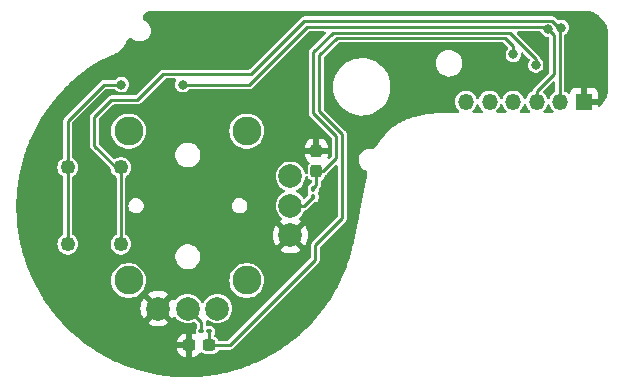
<source format=gbr>
%TF.GenerationSoftware,KiCad,Pcbnew,8.0.2*%
%TF.CreationDate,2024-08-23T13:57:59-07:00*%
%TF.ProjectId,UGC_SubStick,5547435f-5375-4625-9374-69636b2e6b69,rev?*%
%TF.SameCoordinates,Original*%
%TF.FileFunction,Copper,L1,Top*%
%TF.FilePolarity,Positive*%
%FSLAX46Y46*%
G04 Gerber Fmt 4.6, Leading zero omitted, Abs format (unit mm)*
G04 Created by KiCad (PCBNEW 8.0.2) date 2024-08-23 13:57:59*
%MOMM*%
%LPD*%
G01*
G04 APERTURE LIST*
G04 Aperture macros list*
%AMRoundRect*
0 Rectangle with rounded corners*
0 $1 Rounding radius*
0 $2 $3 $4 $5 $6 $7 $8 $9 X,Y pos of 4 corners*
0 Add a 4 corners polygon primitive as box body*
4,1,4,$2,$3,$4,$5,$6,$7,$8,$9,$2,$3,0*
0 Add four circle primitives for the rounded corners*
1,1,$1+$1,$2,$3*
1,1,$1+$1,$4,$5*
1,1,$1+$1,$6,$7*
1,1,$1+$1,$8,$9*
0 Add four rect primitives between the rounded corners*
20,1,$1+$1,$2,$3,$4,$5,0*
20,1,$1+$1,$4,$5,$6,$7,0*
20,1,$1+$1,$6,$7,$8,$9,0*
20,1,$1+$1,$8,$9,$2,$3,0*%
G04 Aperture macros list end*
%TA.AperFunction,SMDPad,CuDef*%
%ADD10RoundRect,0.237500X-0.300000X-0.237500X0.300000X-0.237500X0.300000X0.237500X-0.300000X0.237500X0*%
%TD*%
%TA.AperFunction,SMDPad,CuDef*%
%ADD11RoundRect,0.100000X-0.130000X-0.100000X0.130000X-0.100000X0.130000X0.100000X-0.130000X0.100000X0*%
%TD*%
%TA.AperFunction,ComponentPad*%
%ADD12C,2.450000*%
%TD*%
%TA.AperFunction,ComponentPad*%
%ADD13C,1.250000*%
%TD*%
%TA.AperFunction,ComponentPad*%
%ADD14C,2.000000*%
%TD*%
%TA.AperFunction,ComponentPad*%
%ADD15R,1.350000X1.350000*%
%TD*%
%TA.AperFunction,ComponentPad*%
%ADD16O,1.350000X1.350000*%
%TD*%
%TA.AperFunction,SMDPad,CuDef*%
%ADD17RoundRect,0.237500X-0.237500X0.300000X-0.237500X-0.300000X0.237500X-0.300000X0.237500X0.300000X0*%
%TD*%
%TA.AperFunction,SMDPad,CuDef*%
%ADD18RoundRect,0.100000X0.100000X-0.130000X0.100000X0.130000X-0.100000X0.130000X-0.100000X-0.130000X0*%
%TD*%
%TA.AperFunction,ViaPad*%
%ADD19C,0.800000*%
%TD*%
%TA.AperFunction,Conductor*%
%ADD20C,0.250000*%
%TD*%
G04 APERTURE END LIST*
D10*
%TO.P,C1,1*%
%TO.N,GND*%
X247320900Y-161493200D03*
%TO.P,C1,2*%
%TO.N,RX*%
X249045900Y-161493200D03*
%TD*%
D11*
%TO.P,R1,1*%
%TO.N,Net-(SW1-X_OUT)*%
X248371400Y-160324800D03*
%TO.P,R1,2*%
%TO.N,RX*%
X249011400Y-160324800D03*
%TD*%
D12*
%TO.P,SW1,*%
%TO.N,*%
X242207200Y-143363518D03*
X242207200Y-156013518D03*
X252207200Y-143363518D03*
X252207200Y-156013518D03*
D13*
%TO.P,SW1,S1,1*%
%TO.N,RS_B_OUT*%
X241557200Y-146438518D03*
%TO.P,SW1,S2,2*%
X241557200Y-152938518D03*
%TO.P,SW1,S3,3*%
%TO.N,RS_B_IN*%
X237057200Y-146438518D03*
%TO.P,SW1,S4,4*%
X237057200Y-152938518D03*
D14*
%TO.P,SW1,X1,GND*%
%TO.N,GND*%
X244707200Y-158388518D03*
%TO.P,SW1,X2,X_OUT*%
%TO.N,Net-(SW1-X_OUT)*%
X247207200Y-158388518D03*
%TO.P,SW1,X3,VCC*%
%TO.N,+3V3*%
X249707200Y-158388518D03*
%TO.P,SW1,Y1,GND*%
%TO.N,GND*%
X255907200Y-152188518D03*
%TO.P,SW1,Y2,Y_OUT*%
%TO.N,Net-(SW1-Y_OUT)*%
X255907200Y-149688518D03*
%TO.P,SW1,Y3,VCC*%
%TO.N,+3V3*%
X255907200Y-147188518D03*
%TD*%
D15*
%TO.P,J1,1,Pin_1*%
%TO.N,GND*%
X280761001Y-140867407D03*
D16*
%TO.P,J1,2,Pin_2*%
%TO.N,RS_B_OUT*%
X278761001Y-140867407D03*
%TO.P,J1,3,Pin_3*%
%TO.N,RS_B_IN*%
X276761001Y-140867407D03*
%TO.P,J1,4,Pin_4*%
%TO.N,RY*%
X274761001Y-140867407D03*
%TO.P,J1,5,Pin_5*%
%TO.N,RX*%
X272761001Y-140867407D03*
%TO.P,J1,6,Pin_6*%
%TO.N,+3V3*%
X270761001Y-140867407D03*
%TD*%
D17*
%TO.P,C2,1*%
%TO.N,GND*%
X258100000Y-145037500D03*
%TO.P,C2,2*%
%TO.N,RY*%
X258100000Y-146762500D03*
%TD*%
D18*
%TO.P,R2,1*%
%TO.N,Net-(SW1-Y_OUT)*%
X257835400Y-148910000D03*
%TO.P,R2,2*%
%TO.N,RY*%
X257835400Y-148270000D03*
%TD*%
D19*
%TO.N,GND*%
X280000000Y-138900000D03*
X245872000Y-147929600D03*
X245694200Y-149402800D03*
X275950000Y-138850000D03*
X247065800Y-148793200D03*
%TO.N,RS_B_IN*%
X241600000Y-139425000D03*
X277750000Y-134750000D03*
X246775000Y-139425000D03*
%TO.N,RS_B_OUT*%
X278850000Y-134600000D03*
%TO.N,RY*%
X276673291Y-137778604D03*
%TO.N,RX*%
X274775000Y-136875000D03*
%TD*%
D20*
%TO.N,GND*%
X244838518Y-158788518D02*
X244700000Y-158650000D01*
%TO.N,RS_B_IN*%
X237057200Y-142467800D02*
X237057200Y-146438518D01*
X277750000Y-134750000D02*
X278200000Y-135200000D01*
X257275000Y-134550000D02*
X252400000Y-139425000D01*
X241600000Y-139425000D02*
X240100000Y-139425000D01*
X278200000Y-138550000D02*
X276761001Y-139988999D01*
X277550000Y-134550000D02*
X257275000Y-134550000D01*
X278200000Y-135200000D02*
X278200000Y-138550000D01*
X276761001Y-139988999D02*
X276761001Y-140867407D01*
X277750000Y-134750000D02*
X277550000Y-134550000D01*
X237057200Y-146438518D02*
X237057200Y-152938518D01*
X252400000Y-139425000D02*
X246775000Y-139425000D01*
X240100000Y-139425000D02*
X237057200Y-142467800D01*
%TO.N,RS_B_OUT*%
X242950000Y-140725000D02*
X240750000Y-140725000D01*
X278700000Y-140806406D02*
X278761001Y-140867407D01*
X278850000Y-134600000D02*
X278650000Y-134600000D01*
X241557200Y-152938518D02*
X241557200Y-146438518D01*
X257075000Y-134025000D02*
X252575000Y-138525000D01*
X278850000Y-134600000D02*
X278700000Y-134750000D01*
X252575000Y-138525000D02*
X245150000Y-138525000D01*
X239300000Y-144600000D02*
X241138518Y-146438518D01*
X240750000Y-140725000D02*
X239300000Y-142175000D01*
X278650000Y-134600000D02*
X278075000Y-134025000D01*
X241138518Y-146438518D02*
X241557200Y-146438518D01*
X278075000Y-134025000D02*
X257075000Y-134025000D01*
X239300000Y-142175000D02*
X239300000Y-144600000D01*
X278700000Y-134750000D02*
X278700000Y-140806406D01*
X245150000Y-138525000D02*
X242950000Y-140725000D01*
%TO.N,RY*%
X257850000Y-141850000D02*
X259775000Y-143775000D01*
X257850000Y-136675000D02*
X257850000Y-141850000D01*
X276673291Y-137778604D02*
X276673291Y-137223291D01*
X274475000Y-135025000D02*
X259500000Y-135025000D01*
X259775000Y-145675000D02*
X258687500Y-146762500D01*
X258687500Y-146762500D02*
X258100000Y-146762500D01*
X259775000Y-143775000D02*
X259775000Y-145675000D01*
X258100000Y-147925000D02*
X258100000Y-146762500D01*
X257835400Y-148270000D02*
X257835400Y-148189600D01*
X257835400Y-148189600D02*
X258100000Y-147925000D01*
X259500000Y-135025000D02*
X257850000Y-136675000D01*
X276673291Y-137223291D02*
X274475000Y-135025000D01*
%TO.N,RX*%
X260300000Y-150750000D02*
X258000000Y-153050000D01*
X274775000Y-136875000D02*
X274775000Y-136167200D01*
X258350000Y-136950000D02*
X258350000Y-141675000D01*
X274082800Y-135475000D02*
X259825000Y-135475000D01*
X250756800Y-161493200D02*
X249045900Y-161493200D01*
X274775000Y-136167200D02*
X274082800Y-135475000D01*
X259825000Y-135475000D02*
X258350000Y-136950000D01*
X258000000Y-154250000D02*
X250756800Y-161493200D01*
X249045900Y-160359300D02*
X249011400Y-160324800D01*
X260300000Y-143625000D02*
X260300000Y-150750000D01*
X249045900Y-161493200D02*
X249045900Y-160359300D01*
X258000000Y-153050000D02*
X258000000Y-154250000D01*
X258350000Y-141675000D02*
X260300000Y-143625000D01*
%TO.N,Net-(SW1-X_OUT)*%
X248371400Y-159552718D02*
X248371400Y-160324800D01*
X247207200Y-158388518D02*
X248371400Y-159552718D01*
%TO.N,Net-(SW1-Y_OUT)*%
X255907200Y-149688518D02*
X257056882Y-149688518D01*
X257056882Y-149688518D02*
X257835400Y-148910000D01*
%TD*%
%TA.AperFunction,Conductor*%
%TO.N,GND*%
G36*
X280796478Y-133176129D02*
G01*
X280930458Y-133178386D01*
X280946012Y-133179629D01*
X281212336Y-133217923D01*
X281229620Y-133221683D01*
X281486768Y-133297189D01*
X281503341Y-133303371D01*
X281747130Y-133414707D01*
X281762650Y-133423182D01*
X281800415Y-133447452D01*
X281988110Y-133568078D01*
X282002273Y-133578680D01*
X282204816Y-133754186D01*
X282217326Y-133766697D01*
X282392830Y-133969242D01*
X282403431Y-133983403D01*
X282419619Y-134008591D01*
X282548324Y-134208863D01*
X282556802Y-134224391D01*
X282668136Y-134468180D01*
X282674319Y-134484757D01*
X282749820Y-134741897D01*
X282753581Y-134759185D01*
X282791871Y-135025511D01*
X282793115Y-135041050D01*
X282795392Y-135175050D01*
X282795410Y-135177157D01*
X282795410Y-139797100D01*
X282795391Y-139799299D01*
X282793014Y-139933326D01*
X282791771Y-139948775D01*
X282753474Y-140215122D01*
X282749713Y-140232410D01*
X282674210Y-140489537D01*
X282668027Y-140506114D01*
X282556698Y-140749884D01*
X282548219Y-140765411D01*
X282403337Y-140990849D01*
X282392735Y-141005012D01*
X282217238Y-141207545D01*
X282204729Y-141220053D01*
X282141202Y-141275099D01*
X282077648Y-141304124D01*
X282008490Y-141294180D01*
X281955686Y-141248426D01*
X281936001Y-141181386D01*
X281936001Y-141117407D01*
X281076687Y-141117407D01*
X281081081Y-141113013D01*
X281133742Y-141021801D01*
X281161001Y-140920068D01*
X281161001Y-140814746D01*
X281133742Y-140713013D01*
X281081081Y-140621801D01*
X281076687Y-140617407D01*
X281936001Y-140617407D01*
X281936001Y-140144579D01*
X281936000Y-140144562D01*
X281929599Y-140085034D01*
X281929597Y-140085027D01*
X281879355Y-139950320D01*
X281879351Y-139950313D01*
X281793191Y-139835219D01*
X281793188Y-139835216D01*
X281678094Y-139749056D01*
X281678087Y-139749052D01*
X281543380Y-139698810D01*
X281543373Y-139698808D01*
X281483845Y-139692407D01*
X281011001Y-139692407D01*
X281011001Y-140551721D01*
X281006607Y-140547327D01*
X280915395Y-140494666D01*
X280813662Y-140467407D01*
X280708340Y-140467407D01*
X280606607Y-140494666D01*
X280515395Y-140547327D01*
X280511001Y-140551721D01*
X280511001Y-139692407D01*
X280038156Y-139692407D01*
X279978628Y-139698808D01*
X279978621Y-139698810D01*
X279843914Y-139749052D01*
X279843907Y-139749056D01*
X279728813Y-139835216D01*
X279728810Y-139835219D01*
X279642650Y-139950313D01*
X279642646Y-139950320D01*
X279592404Y-140085027D01*
X279592403Y-140085032D01*
X279591018Y-140097908D01*
X279564276Y-140162458D01*
X279506881Y-140202303D01*
X279437056Y-140204792D01*
X279389272Y-140179213D01*
X279388950Y-140179658D01*
X279385723Y-140177313D01*
X279384758Y-140176797D01*
X279383695Y-140175840D01*
X279383694Y-140175839D01*
X279383693Y-140175838D01*
X279226300Y-140061485D01*
X279226296Y-140061482D01*
X279149064Y-140027096D01*
X279095827Y-139981846D01*
X279075506Y-139914997D01*
X279075500Y-139913817D01*
X279075500Y-135291259D01*
X279095185Y-135224220D01*
X279141874Y-135181463D01*
X279156807Y-135173625D01*
X279222240Y-135139283D01*
X279340483Y-135034530D01*
X279430220Y-134904523D01*
X279486237Y-134756818D01*
X279505278Y-134600000D01*
X279486237Y-134443182D01*
X279430220Y-134295477D01*
X279340483Y-134165470D01*
X279222240Y-134060717D01*
X279222238Y-134060716D01*
X279222237Y-134060715D01*
X279082365Y-133987303D01*
X278928986Y-133949500D01*
X278928985Y-133949500D01*
X278771015Y-133949500D01*
X278771014Y-133949500D01*
X278645991Y-133980314D01*
X278576189Y-133977244D01*
X278528636Y-133947598D01*
X278305563Y-133724526D01*
X278305562Y-133724525D01*
X278219938Y-133675090D01*
X278172186Y-133662295D01*
X278172184Y-133662294D01*
X278172182Y-133662293D01*
X278124436Y-133649500D01*
X278124435Y-133649500D01*
X257124436Y-133649500D01*
X257025564Y-133649500D01*
X256977812Y-133662295D01*
X256977811Y-133662294D01*
X256930063Y-133675089D01*
X256930062Y-133675089D01*
X256844435Y-133724527D01*
X252455782Y-138113181D01*
X252394459Y-138146666D01*
X252368101Y-138149500D01*
X245100564Y-138149500D01*
X245052812Y-138162295D01*
X245052811Y-138162294D01*
X245005063Y-138175089D01*
X245005058Y-138175091D01*
X244974721Y-138192607D01*
X244974720Y-138192608D01*
X244919438Y-138224524D01*
X244919435Y-138224526D01*
X242830782Y-140313181D01*
X242769459Y-140346666D01*
X242743101Y-140349500D01*
X240700564Y-140349500D01*
X240605063Y-140375089D01*
X240605060Y-140375090D01*
X240519440Y-140424522D01*
X240519435Y-140424526D01*
X239069438Y-141874525D01*
X238999527Y-141944435D01*
X238999525Y-141944437D01*
X238999525Y-141944438D01*
X238950090Y-142030062D01*
X238950090Y-142030063D01*
X238926557Y-142117890D01*
X238924500Y-142125565D01*
X238924500Y-144649435D01*
X238950090Y-144744938D01*
X238981170Y-144798770D01*
X238999526Y-144830563D01*
X238999528Y-144830565D01*
X240653978Y-146485015D01*
X240687463Y-146546338D01*
X240689617Y-146559730D01*
X240692266Y-146584936D01*
X240696115Y-146621549D01*
X240696116Y-146621551D01*
X240752983Y-146796571D01*
X240752986Y-146796577D01*
X240845005Y-146955958D01*
X240941360Y-147062972D01*
X240968149Y-147092724D01*
X240968151Y-147092726D01*
X241117030Y-147200893D01*
X241117033Y-147200895D01*
X241117039Y-147200899D01*
X241117045Y-147200901D01*
X241119694Y-147202431D01*
X241120928Y-147203725D01*
X241122296Y-147204719D01*
X241122114Y-147204969D01*
X241167912Y-147252995D01*
X241181700Y-147309822D01*
X241181700Y-152067213D01*
X241162015Y-152134252D01*
X241122213Y-152172203D01*
X241122296Y-152172317D01*
X241121452Y-152172930D01*
X241119703Y-152174598D01*
X241117040Y-152176135D01*
X240968151Y-152284309D01*
X240968149Y-152284311D01*
X240845004Y-152421079D01*
X240752986Y-152580458D01*
X240752983Y-152580464D01*
X240696116Y-152755485D01*
X240696115Y-152755489D01*
X240676878Y-152938518D01*
X240696115Y-153121547D01*
X240696116Y-153121550D01*
X240752983Y-153296571D01*
X240752986Y-153296577D01*
X240845005Y-153455958D01*
X240954527Y-153577595D01*
X240968149Y-153592724D01*
X240968151Y-153592726D01*
X241117034Y-153700896D01*
X241117035Y-153700896D01*
X241117039Y-153700899D01*
X241254153Y-153761946D01*
X241285161Y-153775752D01*
X241285166Y-153775754D01*
X241465181Y-153814018D01*
X241649219Y-153814018D01*
X241829234Y-153775754D01*
X241997361Y-153700899D01*
X242146250Y-153592725D01*
X242269395Y-153455958D01*
X242361414Y-153296577D01*
X242418285Y-153121547D01*
X242437522Y-152938518D01*
X242418285Y-152755489D01*
X242361414Y-152580459D01*
X242269395Y-152421078D01*
X242146250Y-152284311D01*
X242146248Y-152284309D01*
X241997359Y-152176135D01*
X241994697Y-152174598D01*
X241993464Y-152173305D01*
X241992104Y-152172317D01*
X241992284Y-152172068D01*
X241946483Y-152124030D01*
X241932700Y-152067213D01*
X241932700Y-149704891D01*
X241935666Y-149694788D01*
X241934283Y-149691891D01*
X241933989Y-149688224D01*
X242179487Y-149688224D01*
X242179722Y-149689350D01*
X242197123Y-149827097D01*
X242200119Y-149850807D01*
X242200119Y-149850811D01*
X242260336Y-150002900D01*
X242260341Y-150002909D01*
X242356483Y-150135238D01*
X242356484Y-150135239D01*
X242356486Y-150135240D01*
X242356487Y-150135242D01*
X242482529Y-150239512D01*
X242630541Y-150309161D01*
X242791224Y-150339813D01*
X242954482Y-150329542D01*
X243110056Y-150278993D01*
X243248172Y-150191342D01*
X243360151Y-150072097D01*
X243438956Y-149928750D01*
X243479637Y-149770308D01*
X243482200Y-149688518D01*
X250929617Y-149688518D01*
X250947123Y-149827097D01*
X250950119Y-149850808D01*
X250950119Y-149850811D01*
X251010336Y-150002900D01*
X251010341Y-150002909D01*
X251106483Y-150135238D01*
X251106484Y-150135239D01*
X251106486Y-150135240D01*
X251106487Y-150135242D01*
X251232529Y-150239512D01*
X251380541Y-150309161D01*
X251541224Y-150339813D01*
X251704482Y-150329542D01*
X251860056Y-150278993D01*
X251998172Y-150191342D01*
X252110151Y-150072097D01*
X252188956Y-149928750D01*
X252229637Y-149770308D01*
X252232200Y-149688518D01*
X252229637Y-149606728D01*
X252188956Y-149448286D01*
X252188955Y-149448285D01*
X252188955Y-149448283D01*
X252110154Y-149304944D01*
X252110151Y-149304939D01*
X251998173Y-149185695D01*
X251998172Y-149185694D01*
X251922268Y-149137524D01*
X251860055Y-149098042D01*
X251704482Y-149047494D01*
X251541227Y-149037223D01*
X251541226Y-149037223D01*
X251541224Y-149037223D01*
X251474198Y-149050009D01*
X251380543Y-149067874D01*
X251380541Y-149067875D01*
X251232529Y-149137524D01*
X251232527Y-149137525D01*
X251232526Y-149137526D01*
X251106484Y-149241796D01*
X251106483Y-149241797D01*
X251010341Y-149374126D01*
X251010336Y-149374135D01*
X250950119Y-149526224D01*
X250950119Y-149526227D01*
X250931686Y-149672144D01*
X250929617Y-149688518D01*
X243482200Y-149688518D01*
X243479637Y-149606728D01*
X243438956Y-149448286D01*
X243438955Y-149448285D01*
X243438955Y-149448283D01*
X243360154Y-149304944D01*
X243360151Y-149304939D01*
X243248173Y-149185695D01*
X243248172Y-149185694D01*
X243172268Y-149137524D01*
X243110055Y-149098042D01*
X242954482Y-149047494D01*
X242791227Y-149037223D01*
X242791226Y-149037223D01*
X242791224Y-149037223D01*
X242724198Y-149050009D01*
X242630543Y-149067874D01*
X242630541Y-149067875D01*
X242482529Y-149137524D01*
X242482527Y-149137525D01*
X242482526Y-149137526D01*
X242356484Y-149241796D01*
X242356483Y-149241797D01*
X242260341Y-149374126D01*
X242260336Y-149374135D01*
X242200119Y-149526224D01*
X242200119Y-149526227D01*
X242179722Y-149687686D01*
X242179487Y-149688224D01*
X241933989Y-149688224D01*
X241932700Y-149672144D01*
X241932700Y-147309822D01*
X241952385Y-147242783D01*
X241992186Y-147204832D01*
X241992104Y-147204719D01*
X241992954Y-147204101D01*
X241994706Y-147202431D01*
X241997350Y-147200903D01*
X241997361Y-147200899D01*
X242146250Y-147092725D01*
X242269395Y-146955958D01*
X242361414Y-146796577D01*
X242418285Y-146621547D01*
X242437522Y-146438518D01*
X242418285Y-146255489D01*
X242379803Y-146137054D01*
X242361416Y-146080464D01*
X242361413Y-146080458D01*
X242269395Y-145921078D01*
X242146250Y-145784311D01*
X242146248Y-145784309D01*
X241997365Y-145676139D01*
X241997362Y-145676137D01*
X241997361Y-145676137D01*
X241903286Y-145634252D01*
X241829238Y-145601283D01*
X241829233Y-145601281D01*
X241649219Y-145563018D01*
X241465181Y-145563018D01*
X241285166Y-145601281D01*
X241117042Y-145676135D01*
X241081162Y-145702202D01*
X241015355Y-145725679D01*
X240947301Y-145709851D01*
X240920599Y-145689562D01*
X240516085Y-145285048D01*
X246156700Y-145285048D01*
X246156700Y-145491987D01*
X246196237Y-145690752D01*
X246197070Y-145694938D01*
X246276259Y-145886116D01*
X246307747Y-145933241D01*
X246391224Y-146058175D01*
X246537542Y-146204493D01*
X246537545Y-146204495D01*
X246709602Y-146319459D01*
X246900780Y-146398648D01*
X247101221Y-146438518D01*
X247103730Y-146439017D01*
X247103734Y-146439018D01*
X247103735Y-146439018D01*
X247310666Y-146439018D01*
X247310667Y-146439017D01*
X247513620Y-146398648D01*
X247704798Y-146319459D01*
X247876855Y-146204495D01*
X248023177Y-146058173D01*
X248138141Y-145886116D01*
X248217330Y-145694938D01*
X248257700Y-145491983D01*
X248257700Y-145285053D01*
X248217330Y-145082098D01*
X248138141Y-144890920D01*
X248023177Y-144718863D01*
X248023175Y-144718860D01*
X247876857Y-144572542D01*
X247739527Y-144480782D01*
X247704798Y-144457577D01*
X247693253Y-144452795D01*
X247513620Y-144378388D01*
X247513612Y-144378386D01*
X247310669Y-144338018D01*
X247310665Y-144338018D01*
X247103735Y-144338018D01*
X247103730Y-144338018D01*
X246900787Y-144378386D01*
X246900779Y-144378388D01*
X246709603Y-144457576D01*
X246537542Y-144572542D01*
X246391224Y-144718860D01*
X246276258Y-144890921D01*
X246197070Y-145082097D01*
X246197068Y-145082105D01*
X246156700Y-145285048D01*
X240516085Y-145285048D01*
X239711819Y-144480782D01*
X239678334Y-144419459D01*
X239675500Y-144393101D01*
X239675500Y-143363512D01*
X240726643Y-143363512D01*
X240726643Y-143363523D01*
X240746834Y-143607201D01*
X240746836Y-143607213D01*
X240806863Y-143844252D01*
X240905088Y-144068184D01*
X241038832Y-144272896D01*
X241204442Y-144452795D01*
X241204452Y-144452804D01*
X241397408Y-144602988D01*
X241397412Y-144602991D01*
X241611524Y-144718863D01*
X241612467Y-144719373D01*
X241612470Y-144719374D01*
X241843741Y-144798769D01*
X241843743Y-144798769D01*
X241843745Y-144798770D01*
X242084937Y-144839018D01*
X242084938Y-144839018D01*
X242329462Y-144839018D01*
X242329463Y-144839018D01*
X242570655Y-144798770D01*
X242801933Y-144719373D01*
X243016988Y-144602991D01*
X243209954Y-144452799D01*
X243375568Y-144272895D01*
X243509311Y-144068185D01*
X243607536Y-143844254D01*
X243667564Y-143607210D01*
X243667565Y-143607201D01*
X243687757Y-143363523D01*
X243687757Y-143363512D01*
X250726643Y-143363512D01*
X250726643Y-143363523D01*
X250746834Y-143607201D01*
X250746836Y-143607213D01*
X250806863Y-143844252D01*
X250905088Y-144068184D01*
X251038832Y-144272896D01*
X251204442Y-144452795D01*
X251204452Y-144452804D01*
X251397408Y-144602988D01*
X251397412Y-144602991D01*
X251611524Y-144718863D01*
X251612467Y-144719373D01*
X251612470Y-144719374D01*
X251843741Y-144798769D01*
X251843743Y-144798769D01*
X251843745Y-144798770D01*
X252084937Y-144839018D01*
X252084938Y-144839018D01*
X252329462Y-144839018D01*
X252329463Y-144839018D01*
X252570655Y-144798770D01*
X252801933Y-144719373D01*
X252859268Y-144688345D01*
X257125000Y-144688345D01*
X257125000Y-144787500D01*
X257850000Y-144787500D01*
X258350000Y-144787500D01*
X259074999Y-144787500D01*
X259074999Y-144688360D01*
X259074998Y-144688345D01*
X259064680Y-144587347D01*
X259010453Y-144423699D01*
X259010448Y-144423688D01*
X258919947Y-144276965D01*
X258919944Y-144276961D01*
X258798038Y-144155055D01*
X258798034Y-144155052D01*
X258651311Y-144064551D01*
X258651300Y-144064546D01*
X258487652Y-144010319D01*
X258386654Y-144000000D01*
X258350000Y-144000000D01*
X258350000Y-144787500D01*
X257850000Y-144787500D01*
X257850000Y-144000000D01*
X257813361Y-144000000D01*
X257813343Y-144000001D01*
X257712347Y-144010319D01*
X257548699Y-144064546D01*
X257548688Y-144064551D01*
X257401965Y-144155052D01*
X257401961Y-144155055D01*
X257280055Y-144276961D01*
X257280052Y-144276965D01*
X257189551Y-144423688D01*
X257189546Y-144423699D01*
X257135319Y-144587347D01*
X257125000Y-144688345D01*
X252859268Y-144688345D01*
X253016988Y-144602991D01*
X253209954Y-144452799D01*
X253375568Y-144272895D01*
X253509311Y-144068185D01*
X253607536Y-143844254D01*
X253667564Y-143607210D01*
X253667565Y-143607201D01*
X253687757Y-143363523D01*
X253687757Y-143363512D01*
X253667565Y-143119834D01*
X253667563Y-143119822D01*
X253651760Y-143057417D01*
X253607536Y-142882782D01*
X253509311Y-142658851D01*
X253482861Y-142618366D01*
X253375567Y-142454139D01*
X253209957Y-142274240D01*
X253209947Y-142274231D01*
X253016991Y-142124047D01*
X253016987Y-142124044D01*
X252801934Y-142007663D01*
X252801929Y-142007661D01*
X252570658Y-141928266D01*
X252342221Y-141890147D01*
X252329463Y-141888018D01*
X252084937Y-141888018D01*
X252072179Y-141890147D01*
X251843741Y-141928266D01*
X251612470Y-142007661D01*
X251612465Y-142007663D01*
X251397412Y-142124044D01*
X251397408Y-142124047D01*
X251204452Y-142274231D01*
X251204442Y-142274240D01*
X251038832Y-142454139D01*
X250905088Y-142658851D01*
X250806863Y-142882783D01*
X250746836Y-143119822D01*
X250746834Y-143119834D01*
X250726643Y-143363512D01*
X243687757Y-143363512D01*
X243667565Y-143119834D01*
X243667563Y-143119822D01*
X243651760Y-143057417D01*
X243607536Y-142882782D01*
X243509311Y-142658851D01*
X243482861Y-142618366D01*
X243375567Y-142454139D01*
X243209957Y-142274240D01*
X243209947Y-142274231D01*
X243016991Y-142124047D01*
X243016987Y-142124044D01*
X242801934Y-142007663D01*
X242801929Y-142007661D01*
X242570658Y-141928266D01*
X242342221Y-141890147D01*
X242329463Y-141888018D01*
X242084937Y-141888018D01*
X242072179Y-141890147D01*
X241843741Y-141928266D01*
X241612470Y-142007661D01*
X241612465Y-142007663D01*
X241397412Y-142124044D01*
X241397408Y-142124047D01*
X241204452Y-142274231D01*
X241204442Y-142274240D01*
X241038832Y-142454139D01*
X240905088Y-142658851D01*
X240806863Y-142882783D01*
X240746836Y-143119822D01*
X240746834Y-143119834D01*
X240726643Y-143363512D01*
X239675500Y-143363512D01*
X239675500Y-142381899D01*
X239695185Y-142314860D01*
X239711819Y-142294218D01*
X240869219Y-141136819D01*
X240930542Y-141103334D01*
X240956900Y-141100500D01*
X242999435Y-141100500D01*
X242999436Y-141100500D01*
X243047186Y-141087705D01*
X243094938Y-141074910D01*
X243180562Y-141025475D01*
X243250475Y-140955562D01*
X243250474Y-140955562D01*
X243309043Y-140896993D01*
X245269219Y-138936819D01*
X245330542Y-138903334D01*
X245356900Y-138900500D01*
X246110357Y-138900500D01*
X246177396Y-138920185D01*
X246223151Y-138972989D01*
X246233095Y-139042147D01*
X246212407Y-139094940D01*
X246194780Y-139120475D01*
X246194780Y-139120476D01*
X246138762Y-139268181D01*
X246119722Y-139424999D01*
X246119722Y-139425000D01*
X246138762Y-139581818D01*
X246166730Y-139655562D01*
X246194780Y-139729523D01*
X246284517Y-139859530D01*
X246402760Y-139964283D01*
X246402762Y-139964284D01*
X246542634Y-140037696D01*
X246696014Y-140075500D01*
X246696015Y-140075500D01*
X246853985Y-140075500D01*
X247007365Y-140037696D01*
X247042914Y-140019038D01*
X247147240Y-139964283D01*
X247265483Y-139859530D01*
X247269257Y-139854061D01*
X247323537Y-139810071D01*
X247371308Y-139800500D01*
X252449435Y-139800500D01*
X252449436Y-139800500D01*
X252497186Y-139787705D01*
X252544938Y-139774910D01*
X252630562Y-139725475D01*
X252700475Y-139655562D01*
X257394218Y-134961819D01*
X257455541Y-134928334D01*
X257481899Y-134925500D01*
X258769101Y-134925500D01*
X258836140Y-134945185D01*
X258881895Y-134997989D01*
X258891839Y-135067147D01*
X258862814Y-135130703D01*
X258856782Y-135137181D01*
X257549526Y-136444436D01*
X257500091Y-136530059D01*
X257500091Y-136530060D01*
X257500090Y-136530062D01*
X257474500Y-136625565D01*
X257474500Y-136625567D01*
X257474500Y-141899435D01*
X257476140Y-141905555D01*
X257476141Y-141905563D01*
X257476142Y-141905563D01*
X257500090Y-141994939D01*
X257507437Y-142007663D01*
X257532169Y-142050500D01*
X257549526Y-142080563D01*
X257549528Y-142080565D01*
X259363181Y-143894218D01*
X259396666Y-143955541D01*
X259399500Y-143981899D01*
X259399500Y-145468100D01*
X259379815Y-145535139D01*
X259363181Y-145555781D01*
X259252941Y-145666021D01*
X259191618Y-145699506D01*
X259121926Y-145694522D01*
X259065993Y-145652650D01*
X259041576Y-145587186D01*
X259047554Y-145539335D01*
X259064681Y-145487650D01*
X259074999Y-145386654D01*
X259075000Y-145386641D01*
X259075000Y-145287500D01*
X257125001Y-145287500D01*
X257125001Y-145386654D01*
X257135319Y-145487652D01*
X257189546Y-145651300D01*
X257189551Y-145651311D01*
X257280052Y-145798034D01*
X257280055Y-145798038D01*
X257401960Y-145919943D01*
X257462369Y-145957204D01*
X257509093Y-146009152D01*
X257520315Y-146078115D01*
X257496539Y-146137054D01*
X257429789Y-146226219D01*
X257380748Y-146357700D01*
X257374500Y-146415809D01*
X257374500Y-146891118D01*
X257354815Y-146958157D01*
X257302011Y-147003912D01*
X257232853Y-147013856D01*
X257169297Y-146984831D01*
X257131523Y-146926053D01*
X257130725Y-146923211D01*
X257086777Y-146759195D01*
X257086776Y-146759194D01*
X257086775Y-146759188D01*
X256994302Y-146560880D01*
X256994300Y-146560877D01*
X256994299Y-146560875D01*
X256868799Y-146381642D01*
X256806616Y-146319459D01*
X256714077Y-146226920D01*
X256534839Y-146101416D01*
X256534840Y-146101416D01*
X256534838Y-146101415D01*
X256381232Y-146029788D01*
X256336530Y-146008943D01*
X256336526Y-146008942D01*
X256336522Y-146008940D01*
X256125177Y-145952311D01*
X255907202Y-145933241D01*
X255907198Y-145933241D01*
X255761882Y-145945954D01*
X255689223Y-145952311D01*
X255689220Y-145952311D01*
X255477877Y-146008940D01*
X255477868Y-146008944D01*
X255279561Y-146101416D01*
X255279557Y-146101418D01*
X255100321Y-146226920D01*
X254945602Y-146381639D01*
X254820100Y-146560875D01*
X254820098Y-146560879D01*
X254727626Y-146759186D01*
X254727622Y-146759195D01*
X254670993Y-146970538D01*
X254670993Y-146970541D01*
X254667204Y-147013856D01*
X254651923Y-147188515D01*
X254651923Y-147188520D01*
X254670993Y-147406493D01*
X254670993Y-147406497D01*
X254727622Y-147617840D01*
X254727624Y-147617844D01*
X254727625Y-147617848D01*
X254756605Y-147679995D01*
X254820097Y-147816156D01*
X254820098Y-147816157D01*
X254945602Y-147995395D01*
X255100323Y-148150116D01*
X255279561Y-148275620D01*
X255387893Y-148326136D01*
X255440332Y-148372308D01*
X255459484Y-148439502D01*
X255439268Y-148506383D01*
X255387893Y-148550900D01*
X255279562Y-148601416D01*
X255279557Y-148601418D01*
X255100321Y-148726920D01*
X254945602Y-148881639D01*
X254820100Y-149060875D01*
X254820098Y-149060879D01*
X254739300Y-149234149D01*
X254733550Y-149246483D01*
X254727626Y-149259186D01*
X254727622Y-149259195D01*
X254670993Y-149470538D01*
X254670993Y-149470542D01*
X254651923Y-149688515D01*
X254651923Y-149688520D01*
X254670993Y-149906493D01*
X254670993Y-149906497D01*
X254727622Y-150117840D01*
X254727624Y-150117844D01*
X254727625Y-150117848D01*
X254735735Y-150135239D01*
X254820097Y-150316156D01*
X254820098Y-150316157D01*
X254945602Y-150495395D01*
X254945606Y-150495399D01*
X255100322Y-150650115D01*
X255153021Y-150687016D01*
X255196646Y-150741593D01*
X255203838Y-150811092D01*
X255172315Y-150873446D01*
X255140915Y-150897644D01*
X255083965Y-150928463D01*
X255037142Y-150964906D01*
X255037142Y-150964908D01*
X255777790Y-151705555D01*
X255714207Y-151722593D01*
X255600193Y-151788419D01*
X255507101Y-151881511D01*
X255441275Y-151995525D01*
X255424237Y-152059107D01*
X254683764Y-151318634D01*
X254583467Y-151472150D01*
X254483612Y-151699800D01*
X254422587Y-151940779D01*
X254422585Y-151940788D01*
X254402059Y-152188512D01*
X254402059Y-152188523D01*
X254422585Y-152436247D01*
X254422587Y-152436256D01*
X254483612Y-152677235D01*
X254583466Y-152904882D01*
X254683764Y-153058400D01*
X255424237Y-152317927D01*
X255441275Y-152381511D01*
X255507101Y-152495525D01*
X255600193Y-152588617D01*
X255714207Y-152654443D01*
X255777790Y-152671480D01*
X255037142Y-153412127D01*
X255083968Y-153448573D01*
X255083970Y-153448574D01*
X255302585Y-153566882D01*
X255302596Y-153566887D01*
X255537706Y-153647601D01*
X255782907Y-153688518D01*
X256031493Y-153688518D01*
X256276693Y-153647601D01*
X256511803Y-153566887D01*
X256511814Y-153566882D01*
X256730428Y-153448575D01*
X256730431Y-153448573D01*
X256777256Y-153412127D01*
X256036609Y-152671480D01*
X256100193Y-152654443D01*
X256214207Y-152588617D01*
X256307299Y-152495525D01*
X256373125Y-152381511D01*
X256390162Y-152317928D01*
X257130634Y-153058400D01*
X257230931Y-152904887D01*
X257330787Y-152677235D01*
X257391812Y-152436256D01*
X257391814Y-152436247D01*
X257412341Y-152188523D01*
X257412341Y-152188512D01*
X257391814Y-151940788D01*
X257391812Y-151940779D01*
X257330787Y-151699800D01*
X257230931Y-151472148D01*
X257130634Y-151318634D01*
X256390162Y-152059107D01*
X256373125Y-151995525D01*
X256307299Y-151881511D01*
X256214207Y-151788419D01*
X256100193Y-151722593D01*
X256036610Y-151705555D01*
X256777257Y-150964908D01*
X256777256Y-150964907D01*
X256730429Y-150928461D01*
X256730425Y-150928458D01*
X256673484Y-150897643D01*
X256623894Y-150848424D01*
X256608786Y-150780207D01*
X256632957Y-150714651D01*
X256661373Y-150687019D01*
X256714077Y-150650116D01*
X256868798Y-150495395D01*
X256994302Y-150316157D01*
X257086775Y-150117848D01*
X257086775Y-150117844D01*
X257088233Y-150114720D01*
X257134405Y-150062280D01*
X257168520Y-150047350D01*
X257201820Y-150038428D01*
X257287444Y-149988993D01*
X257357357Y-149919080D01*
X257357356Y-149919080D01*
X257415916Y-149860520D01*
X257849620Y-149426816D01*
X257910942Y-149393334D01*
X257937300Y-149390500D01*
X257968661Y-149390500D01*
X257991371Y-149387191D01*
X258036793Y-149380573D01*
X258141883Y-149329198D01*
X258224598Y-149246483D01*
X258275973Y-149141393D01*
X258285900Y-149073260D01*
X258285900Y-148746740D01*
X258275973Y-148678607D01*
X258259279Y-148644459D01*
X258247519Y-148575590D01*
X258259278Y-148535540D01*
X258275973Y-148501393D01*
X258285900Y-148433260D01*
X258285900Y-148321499D01*
X258305585Y-148254460D01*
X258322219Y-148233818D01*
X258338552Y-148217485D01*
X258400474Y-148155563D01*
X258428662Y-148106740D01*
X258449910Y-148069938D01*
X258475500Y-147974435D01*
X258475500Y-147617962D01*
X258495185Y-147550923D01*
X258547989Y-147505168D01*
X258556171Y-147501779D01*
X258573774Y-147495214D01*
X258573775Y-147495212D01*
X258573778Y-147495212D01*
X258686116Y-147411116D01*
X258770212Y-147298778D01*
X258819251Y-147167299D01*
X258819251Y-147167294D01*
X258819874Y-147164660D01*
X258820920Y-147162821D01*
X258821962Y-147160030D01*
X258822414Y-147160198D01*
X258854446Y-147103943D01*
X258878544Y-147085790D01*
X258918062Y-147062975D01*
X258987975Y-146993062D01*
X259712819Y-146268218D01*
X259774142Y-146234733D01*
X259843834Y-146239717D01*
X259899767Y-146281589D01*
X259924184Y-146347053D01*
X259924500Y-146355899D01*
X259924500Y-150543101D01*
X259904815Y-150610140D01*
X259888181Y-150630782D01*
X257699526Y-152819436D01*
X257650091Y-152905059D01*
X257650091Y-152905060D01*
X257650090Y-152905062D01*
X257624500Y-153000565D01*
X257624500Y-153000567D01*
X257624500Y-154043100D01*
X257604815Y-154110139D01*
X257588181Y-154130781D01*
X250637582Y-161081381D01*
X250576259Y-161114866D01*
X250549901Y-161117700D01*
X249901362Y-161117700D01*
X249834323Y-161098015D01*
X249788568Y-161045211D01*
X249785186Y-161037047D01*
X249778612Y-161019422D01*
X249694516Y-160907084D01*
X249582178Y-160822988D01*
X249502833Y-160793393D01*
X249446900Y-160751521D01*
X249422484Y-160686057D01*
X249434767Y-160622754D01*
X249481973Y-160526193D01*
X249491900Y-160458060D01*
X249491900Y-160191540D01*
X249481973Y-160123407D01*
X249430598Y-160018317D01*
X249430596Y-160018315D01*
X249430596Y-160018314D01*
X249347885Y-159935603D01*
X249242791Y-159884226D01*
X249174661Y-159874300D01*
X249174660Y-159874300D01*
X248870900Y-159874300D01*
X248803861Y-159854615D01*
X248758106Y-159801811D01*
X248746900Y-159750300D01*
X248746900Y-159503286D01*
X248745892Y-159495633D01*
X248756653Y-159426597D01*
X248803030Y-159374338D01*
X248870298Y-159355449D01*
X248937100Y-159375926D01*
X248939907Y-159377833D01*
X249079561Y-159475620D01*
X249277870Y-159568093D01*
X249489223Y-159624725D01*
X249672126Y-159640726D01*
X249707198Y-159643795D01*
X249707200Y-159643795D01*
X249707202Y-159643795D01*
X249735454Y-159641323D01*
X249925177Y-159624725D01*
X250136530Y-159568093D01*
X250334839Y-159475620D01*
X250514077Y-159350116D01*
X250668798Y-159195395D01*
X250794302Y-159016157D01*
X250886775Y-158817848D01*
X250943407Y-158606495D01*
X250962477Y-158388518D01*
X250962476Y-158388512D01*
X250951858Y-158267141D01*
X250943407Y-158170541D01*
X250907079Y-158034965D01*
X250886777Y-157959195D01*
X250886776Y-157959194D01*
X250886775Y-157959188D01*
X250794302Y-157760880D01*
X250794300Y-157760877D01*
X250794299Y-157760875D01*
X250668799Y-157581642D01*
X250600525Y-157513368D01*
X250514077Y-157426920D01*
X250334839Y-157301416D01*
X250334840Y-157301416D01*
X250334838Y-157301415D01*
X250205967Y-157241322D01*
X250136530Y-157208943D01*
X250136526Y-157208942D01*
X250136522Y-157208940D01*
X249925177Y-157152311D01*
X249707202Y-157133241D01*
X249707198Y-157133241D01*
X249561882Y-157145954D01*
X249489223Y-157152311D01*
X249489220Y-157152311D01*
X249277877Y-157208940D01*
X249277870Y-157208942D01*
X249277870Y-157208943D01*
X249262367Y-157216172D01*
X249079561Y-157301416D01*
X249079557Y-157301418D01*
X248900321Y-157426920D01*
X248745602Y-157581639D01*
X248620100Y-157760875D01*
X248620098Y-157760880D01*
X248569582Y-157869211D01*
X248523409Y-157921650D01*
X248456216Y-157940802D01*
X248389335Y-157920586D01*
X248344818Y-157869211D01*
X248329190Y-157835698D01*
X248294302Y-157760880D01*
X248294299Y-157760876D01*
X248294299Y-157760875D01*
X248168799Y-157581642D01*
X248100525Y-157513368D01*
X248014077Y-157426920D01*
X247834839Y-157301416D01*
X247834840Y-157301416D01*
X247834838Y-157301415D01*
X247705967Y-157241322D01*
X247636530Y-157208943D01*
X247636526Y-157208942D01*
X247636522Y-157208940D01*
X247425177Y-157152311D01*
X247207202Y-157133241D01*
X247207198Y-157133241D01*
X247061882Y-157145954D01*
X246989223Y-157152311D01*
X246989220Y-157152311D01*
X246777877Y-157208940D01*
X246777870Y-157208942D01*
X246777870Y-157208943D01*
X246762367Y-157216172D01*
X246579561Y-157301416D01*
X246579557Y-157301418D01*
X246400321Y-157426920D01*
X246245603Y-157581638D01*
X246209090Y-157633784D01*
X246154513Y-157677408D01*
X246085014Y-157684600D01*
X246022660Y-157653077D01*
X246003708Y-157630481D01*
X245930634Y-157518634D01*
X245190162Y-158259107D01*
X245173125Y-158195525D01*
X245107299Y-158081511D01*
X245014207Y-157988419D01*
X244900193Y-157922593D01*
X244836610Y-157905555D01*
X245577257Y-157164908D01*
X245577256Y-157164907D01*
X245530429Y-157128461D01*
X245311814Y-157010153D01*
X245311803Y-157010148D01*
X245076693Y-156929434D01*
X244831493Y-156888518D01*
X244582907Y-156888518D01*
X244337706Y-156929434D01*
X244102596Y-157010148D01*
X244102590Y-157010150D01*
X243883961Y-157128467D01*
X243837142Y-157164906D01*
X243837142Y-157164908D01*
X244577790Y-157905555D01*
X244514207Y-157922593D01*
X244400193Y-157988419D01*
X244307101Y-158081511D01*
X244241275Y-158195525D01*
X244224237Y-158259107D01*
X243483764Y-157518634D01*
X243383467Y-157672150D01*
X243283612Y-157899800D01*
X243222587Y-158140779D01*
X243222585Y-158140788D01*
X243202059Y-158388512D01*
X243202059Y-158388523D01*
X243222585Y-158636247D01*
X243222587Y-158636256D01*
X243283612Y-158877235D01*
X243383466Y-159104882D01*
X243483764Y-159258400D01*
X244224237Y-158517927D01*
X244241275Y-158581511D01*
X244307101Y-158695525D01*
X244400193Y-158788617D01*
X244514207Y-158854443D01*
X244577790Y-158871480D01*
X243837142Y-159612127D01*
X243883968Y-159648573D01*
X243883970Y-159648574D01*
X244102585Y-159766882D01*
X244102596Y-159766887D01*
X244337706Y-159847601D01*
X244582907Y-159888518D01*
X244831493Y-159888518D01*
X245076693Y-159847601D01*
X245311803Y-159766887D01*
X245311814Y-159766882D01*
X245530428Y-159648575D01*
X245530431Y-159648573D01*
X245577256Y-159612127D01*
X244836609Y-158871480D01*
X244900193Y-158854443D01*
X245014207Y-158788617D01*
X245107299Y-158695525D01*
X245173125Y-158581511D01*
X245190162Y-158517928D01*
X245930634Y-159258400D01*
X246003709Y-159146553D01*
X246056855Y-159101196D01*
X246126087Y-159091773D01*
X246189422Y-159121275D01*
X246209087Y-159143246D01*
X246245602Y-159195395D01*
X246400323Y-159350116D01*
X246579561Y-159475620D01*
X246777870Y-159568093D01*
X246989223Y-159624725D01*
X247172126Y-159640726D01*
X247207198Y-159643795D01*
X247207200Y-159643795D01*
X247207202Y-159643795D01*
X247235454Y-159641323D01*
X247425177Y-159624725D01*
X247636530Y-159568093D01*
X247707337Y-159535074D01*
X247776412Y-159524583D01*
X247840196Y-159553102D01*
X247847421Y-159559776D01*
X247959581Y-159671936D01*
X247993066Y-159733259D01*
X247995900Y-159759617D01*
X247995900Y-159923256D01*
X247976215Y-159990295D01*
X247959581Y-160010937D01*
X247952203Y-160018314D01*
X247900826Y-160123408D01*
X247890900Y-160191539D01*
X247890900Y-160403449D01*
X247871215Y-160470488D01*
X247818411Y-160516243D01*
X247754298Y-160526807D01*
X247670056Y-160518200D01*
X247570900Y-160518200D01*
X247570900Y-162468199D01*
X247670040Y-162468199D01*
X247670054Y-162468198D01*
X247771052Y-162457880D01*
X247934700Y-162403653D01*
X247934711Y-162403648D01*
X248081434Y-162313147D01*
X248081438Y-162313144D01*
X248203345Y-162191237D01*
X248240604Y-162130831D01*
X248292552Y-162084106D01*
X248361514Y-162072883D01*
X248420452Y-162096660D01*
X248509622Y-162163412D01*
X248584216Y-162191234D01*
X248641100Y-162212451D01*
X248699209Y-162218699D01*
X248699226Y-162218700D01*
X249392574Y-162218700D01*
X249392590Y-162218699D01*
X249450699Y-162212451D01*
X249582178Y-162163412D01*
X249694516Y-162079316D01*
X249778612Y-161966978D01*
X249785181Y-161949365D01*
X249827051Y-161893433D01*
X249892516Y-161869016D01*
X249901362Y-161868700D01*
X250806235Y-161868700D01*
X250806236Y-161868700D01*
X250853986Y-161855905D01*
X250901738Y-161843110D01*
X250987362Y-161793675D01*
X251057275Y-161723762D01*
X251057274Y-161723762D01*
X251115843Y-161665193D01*
X251115842Y-161665193D01*
X258300475Y-154480563D01*
X258349911Y-154394937D01*
X258375500Y-154299436D01*
X258375500Y-154200564D01*
X258375500Y-153256899D01*
X258395185Y-153189860D01*
X258411819Y-153169218D01*
X259458345Y-152122692D01*
X260600474Y-150980563D01*
X260632712Y-150924725D01*
X260649910Y-150894938D01*
X260675500Y-150799435D01*
X260675500Y-143575565D01*
X260649910Y-143480062D01*
X260600475Y-143394438D01*
X260530562Y-143324525D01*
X258761819Y-141555782D01*
X258728334Y-141494459D01*
X258725500Y-141468101D01*
X258725500Y-139619733D01*
X259505225Y-139619733D01*
X259513527Y-139749056D01*
X259525195Y-139930792D01*
X259525195Y-139930797D01*
X259584779Y-140236745D01*
X259584781Y-140236752D01*
X259682999Y-140532570D01*
X259818238Y-140813397D01*
X259818243Y-140813406D01*
X259988281Y-141074631D01*
X259988288Y-141074641D01*
X260190334Y-141311976D01*
X260190344Y-141311986D01*
X260421078Y-141521533D01*
X260421084Y-141521537D01*
X260421086Y-141521539D01*
X260676735Y-141699869D01*
X260953090Y-141844043D01*
X261245612Y-141951694D01*
X261549499Y-142021054D01*
X261859760Y-142050985D01*
X262171302Y-142040994D01*
X262479009Y-141991247D01*
X262777827Y-141902559D01*
X263062851Y-141776387D01*
X263329401Y-141614803D01*
X263573099Y-141420460D01*
X263789944Y-141196550D01*
X263976377Y-140946747D01*
X264129334Y-140675156D01*
X264246306Y-140386234D01*
X264325370Y-140084727D01*
X264365230Y-139775584D01*
X264367726Y-139619733D01*
X264365230Y-139463882D01*
X264325370Y-139154739D01*
X264246306Y-138853232D01*
X264129334Y-138564310D01*
X263976377Y-138292719D01*
X263930304Y-138230986D01*
X263789945Y-138042917D01*
X263789946Y-138042917D01*
X263573097Y-137819004D01*
X263329407Y-137624668D01*
X263329401Y-137624663D01*
X263323982Y-137621378D01*
X268211711Y-137621378D01*
X268232087Y-137834769D01*
X268232088Y-137834773D01*
X268290417Y-138033425D01*
X268292480Y-138040449D01*
X268356605Y-138164834D01*
X268390708Y-138230986D01*
X268523214Y-138399479D01*
X268523215Y-138399480D01*
X268523217Y-138399482D01*
X268605417Y-138470709D01*
X268685223Y-138539862D01*
X268785709Y-138597877D01*
X268870864Y-138647041D01*
X269073437Y-138717152D01*
X269285618Y-138747659D01*
X269499737Y-138737460D01*
X269708057Y-138686922D01*
X269795386Y-138647040D01*
X269903038Y-138597877D01*
X269903041Y-138597875D01*
X269903048Y-138597872D01*
X270077663Y-138473530D01*
X270225590Y-138318388D01*
X270341483Y-138138055D01*
X270421153Y-137939048D01*
X270461722Y-137728559D01*
X270464269Y-137621378D01*
X270461722Y-137514197D01*
X270421153Y-137303708D01*
X270341483Y-137104701D01*
X270225590Y-136924368D01*
X270077663Y-136769226D01*
X270005980Y-136718181D01*
X269903050Y-136644885D01*
X269903038Y-136644878D01*
X269708063Y-136555836D01*
X269708059Y-136555834D01*
X269600616Y-136529769D01*
X269499737Y-136505296D01*
X269499734Y-136505295D01*
X269499736Y-136505295D01*
X269285621Y-136495097D01*
X269285620Y-136495097D01*
X269285618Y-136495097D01*
X269073437Y-136525604D01*
X269073436Y-136525604D01*
X269073431Y-136525605D01*
X268870862Y-136595715D01*
X268685223Y-136702893D01*
X268523218Y-136843273D01*
X268523214Y-136843276D01*
X268390708Y-137011769D01*
X268292479Y-137202309D01*
X268232088Y-137407982D01*
X268232087Y-137407986D01*
X268211711Y-137621378D01*
X263323982Y-137621378D01*
X263062851Y-137463079D01*
X263062845Y-137463076D01*
X263062843Y-137463075D01*
X262777834Y-137336909D01*
X262479006Y-137248218D01*
X262282966Y-137216524D01*
X262171302Y-137198472D01*
X262171299Y-137198471D01*
X262171294Y-137198471D01*
X261859762Y-137188480D01*
X261549497Y-137218412D01*
X261245612Y-137287772D01*
X261245607Y-137287773D01*
X260953096Y-137395420D01*
X260953083Y-137395426D01*
X260676737Y-137539595D01*
X260421078Y-137717932D01*
X260190344Y-137927479D01*
X260190334Y-137927489D01*
X259988288Y-138164824D01*
X259988281Y-138164834D01*
X259818243Y-138426059D01*
X259818238Y-138426068D01*
X259682999Y-138706895D01*
X259584781Y-139002713D01*
X259584779Y-139002720D01*
X259525195Y-139308668D01*
X259525195Y-139308672D01*
X259505225Y-139619733D01*
X258725500Y-139619733D01*
X258725500Y-137156899D01*
X258745185Y-137089860D01*
X258761819Y-137069218D01*
X259944218Y-135886819D01*
X260005541Y-135853334D01*
X260031899Y-135850500D01*
X273875901Y-135850500D01*
X273942940Y-135870185D01*
X273963582Y-135886819D01*
X274314768Y-136238005D01*
X274348253Y-136299328D01*
X274343269Y-136369020D01*
X274309315Y-136418501D01*
X274284516Y-136440470D01*
X274194781Y-136570475D01*
X274194780Y-136570476D01*
X274138762Y-136718181D01*
X274119722Y-136874999D01*
X274119722Y-136875000D01*
X274138762Y-137031818D01*
X274192631Y-137173856D01*
X274194780Y-137179523D01*
X274284517Y-137309530D01*
X274402760Y-137414283D01*
X274402762Y-137414284D01*
X274542634Y-137487696D01*
X274696014Y-137525500D01*
X274696015Y-137525500D01*
X274853985Y-137525500D01*
X275007365Y-137487696D01*
X275033308Y-137474080D01*
X275147240Y-137414283D01*
X275265483Y-137309530D01*
X275355220Y-137179523D01*
X275411237Y-137031818D01*
X275430278Y-136875000D01*
X275423329Y-136817770D01*
X275434789Y-136748847D01*
X275481693Y-136697061D01*
X275549149Y-136678854D01*
X275615740Y-136700006D01*
X275634106Y-136715143D01*
X276142498Y-137223535D01*
X276175983Y-137284858D01*
X276170999Y-137354550D01*
X276156867Y-137381656D01*
X276093072Y-137474079D01*
X276093071Y-137474080D01*
X276037053Y-137621785D01*
X276018013Y-137778603D01*
X276018013Y-137778604D01*
X276037053Y-137935422D01*
X276075794Y-138037572D01*
X276093071Y-138083127D01*
X276182808Y-138213134D01*
X276301051Y-138317887D01*
X276301053Y-138317888D01*
X276440925Y-138391300D01*
X276594305Y-138429104D01*
X276594306Y-138429104D01*
X276752276Y-138429104D01*
X276905656Y-138391300D01*
X277045531Y-138317887D01*
X277163774Y-138213134D01*
X277253511Y-138083127D01*
X277309528Y-137935422D01*
X277328569Y-137778604D01*
X277322493Y-137728559D01*
X277309528Y-137621785D01*
X277278357Y-137539595D01*
X277253511Y-137474081D01*
X277163774Y-137344074D01*
X277163772Y-137344072D01*
X277090564Y-137279215D01*
X277053437Y-137220026D01*
X277048791Y-137186400D01*
X277048791Y-137173856D01*
X277046661Y-137165908D01*
X277046660Y-137165904D01*
X277023201Y-137078354D01*
X277023201Y-137078353D01*
X276973766Y-136992729D01*
X276903853Y-136922816D01*
X275118218Y-135137181D01*
X275084733Y-135075858D01*
X275089717Y-135006166D01*
X275131589Y-134950233D01*
X275197053Y-134925816D01*
X275205899Y-134925500D01*
X277035257Y-134925500D01*
X277102296Y-134945185D01*
X277148051Y-134997989D01*
X277151195Y-135005518D01*
X277169780Y-135054523D01*
X277169781Y-135054525D01*
X277184506Y-135075858D01*
X277259517Y-135184530D01*
X277377760Y-135289283D01*
X277377762Y-135289284D01*
X277517634Y-135362696D01*
X277671014Y-135400500D01*
X277671015Y-135400500D01*
X277700500Y-135400500D01*
X277767539Y-135420185D01*
X277813294Y-135472989D01*
X277824500Y-135524500D01*
X277824500Y-138343101D01*
X277804815Y-138410140D01*
X277788181Y-138430782D01*
X276460527Y-139758435D01*
X276411092Y-139844058D01*
X276411092Y-139844059D01*
X276411091Y-139844061D01*
X276385501Y-139939564D01*
X276385501Y-139939566D01*
X276385501Y-139940977D01*
X276385164Y-139942124D01*
X276384440Y-139947624D01*
X276383582Y-139947511D01*
X276365816Y-140008016D01*
X276313012Y-140053771D01*
X276311940Y-140054255D01*
X276295701Y-140061485D01*
X276138306Y-140175840D01*
X276138303Y-140175842D01*
X276008130Y-140320416D01*
X275910858Y-140488895D01*
X275910857Y-140488896D01*
X275878932Y-140587155D01*
X275839495Y-140644830D01*
X275775136Y-140672029D01*
X275706290Y-140660115D01*
X275654814Y-140612871D01*
X275643070Y-140587155D01*
X275611144Y-140488896D01*
X275611143Y-140488895D01*
X275573977Y-140424522D01*
X275513871Y-140320415D01*
X275462883Y-140263788D01*
X275383698Y-140175842D01*
X275383695Y-140175840D01*
X275383694Y-140175839D01*
X275383693Y-140175838D01*
X275263691Y-140088651D01*
X275226298Y-140061483D01*
X275075500Y-139994345D01*
X275048572Y-139982356D01*
X275048570Y-139982355D01*
X274858275Y-139941907D01*
X274663727Y-139941907D01*
X274473432Y-139982355D01*
X274295703Y-140061483D01*
X274138306Y-140175840D01*
X274138303Y-140175842D01*
X274008130Y-140320416D01*
X273910858Y-140488895D01*
X273910857Y-140488896D01*
X273878932Y-140587155D01*
X273839495Y-140644830D01*
X273775136Y-140672029D01*
X273706290Y-140660115D01*
X273654814Y-140612871D01*
X273643070Y-140587155D01*
X273611144Y-140488896D01*
X273611143Y-140488895D01*
X273573977Y-140424522D01*
X273513871Y-140320415D01*
X273462883Y-140263788D01*
X273383698Y-140175842D01*
X273383695Y-140175840D01*
X273383694Y-140175839D01*
X273383693Y-140175838D01*
X273263691Y-140088651D01*
X273226298Y-140061483D01*
X273075500Y-139994345D01*
X273048572Y-139982356D01*
X273048570Y-139982355D01*
X272858275Y-139941907D01*
X272663727Y-139941907D01*
X272473432Y-139982355D01*
X272295703Y-140061483D01*
X272138306Y-140175840D01*
X272138303Y-140175842D01*
X272008130Y-140320416D01*
X271910858Y-140488895D01*
X271910857Y-140488896D01*
X271878932Y-140587155D01*
X271839495Y-140644830D01*
X271775136Y-140672029D01*
X271706290Y-140660115D01*
X271654814Y-140612871D01*
X271643070Y-140587155D01*
X271611144Y-140488896D01*
X271611143Y-140488895D01*
X271573977Y-140424522D01*
X271513871Y-140320415D01*
X271462883Y-140263788D01*
X271383698Y-140175842D01*
X271383695Y-140175840D01*
X271383694Y-140175839D01*
X271383693Y-140175838D01*
X271263691Y-140088651D01*
X271226298Y-140061483D01*
X271075500Y-139994345D01*
X271048572Y-139982356D01*
X271048570Y-139982355D01*
X270858275Y-139941907D01*
X270663727Y-139941907D01*
X270473432Y-139982355D01*
X270295703Y-140061483D01*
X270138306Y-140175840D01*
X270138303Y-140175842D01*
X270008130Y-140320416D01*
X269910858Y-140488895D01*
X269910857Y-140488896D01*
X269850739Y-140673923D01*
X269830403Y-140867407D01*
X269850739Y-141060890D01*
X269910857Y-141245917D01*
X269910858Y-141245918D01*
X269948997Y-141311976D01*
X270008131Y-141414399D01*
X270047752Y-141458402D01*
X270138303Y-141558971D01*
X270138306Y-141558973D01*
X270138309Y-141558976D01*
X270158863Y-141573909D01*
X270201528Y-141629239D01*
X270207507Y-141698853D01*
X270174901Y-141760648D01*
X270114062Y-141795005D01*
X270085977Y-141798227D01*
X269339269Y-141798227D01*
X269327122Y-141798312D01*
X269189641Y-141799285D01*
X269062825Y-141801723D01*
X268916356Y-141806163D01*
X268751825Y-141813143D01*
X268571128Y-141823186D01*
X268375955Y-141836825D01*
X268273423Y-141845161D01*
X268167947Y-141854592D01*
X268059632Y-141865195D01*
X267948884Y-141877017D01*
X267835688Y-141890147D01*
X267720346Y-141904644D01*
X267603184Y-141920561D01*
X267484344Y-141937970D01*
X267363849Y-141956969D01*
X267242271Y-141977569D01*
X267119570Y-141999875D01*
X266996083Y-142023935D01*
X266871822Y-142049853D01*
X266747331Y-142077629D01*
X266622552Y-142107388D01*
X266497818Y-142139169D01*
X266373299Y-142173050D01*
X266249305Y-142209070D01*
X266125862Y-142247352D01*
X265870583Y-142334946D01*
X265746398Y-142382050D01*
X265624634Y-142431357D01*
X265505051Y-142482995D01*
X265387831Y-142536917D01*
X265272781Y-142593242D01*
X265159945Y-142651979D01*
X265049321Y-142713159D01*
X264940837Y-142776847D01*
X264834508Y-142843063D01*
X264730234Y-142911895D01*
X264628102Y-142983311D01*
X264527994Y-143057417D01*
X264429885Y-143134257D01*
X264333810Y-143213823D01*
X264140717Y-143387680D01*
X264050326Y-143476075D01*
X263963771Y-143565358D01*
X263881045Y-143655258D01*
X263801909Y-143745750D01*
X263726298Y-143836622D01*
X263654026Y-143927799D01*
X263585004Y-144019085D01*
X263519032Y-144110432D01*
X263456070Y-144201572D01*
X263395873Y-144292528D01*
X263338372Y-144383068D01*
X263283451Y-144473023D01*
X263230922Y-144562343D01*
X263186417Y-144640736D01*
X263173118Y-144659760D01*
X263071279Y-144779736D01*
X263033737Y-144809618D01*
X262905444Y-144876012D01*
X262859134Y-144889424D01*
X262699578Y-144903219D01*
X262678418Y-144903236D01*
X262594776Y-144896141D01*
X262594768Y-144896142D01*
X262406562Y-144914195D01*
X262226026Y-144970364D01*
X262226021Y-144970366D01*
X262060789Y-145062275D01*
X261917851Y-145186037D01*
X261803249Y-145336418D01*
X261803248Y-145336419D01*
X261721831Y-145507054D01*
X261721828Y-145507064D01*
X261677034Y-145690745D01*
X261677033Y-145690748D01*
X261677033Y-145690752D01*
X261670756Y-145879721D01*
X261677776Y-145919943D01*
X261703263Y-146065981D01*
X261703263Y-146065982D01*
X261773178Y-146241645D01*
X261773181Y-146241651D01*
X261874885Y-146395278D01*
X261877552Y-146399306D01*
X261877557Y-146399311D01*
X261877558Y-146399312D01*
X262011958Y-146532275D01*
X262011964Y-146532280D01*
X262170732Y-146634951D01*
X262248343Y-146667113D01*
X262267018Y-146676783D01*
X262319235Y-146709719D01*
X262354099Y-146742686D01*
X262383328Y-146783745D01*
X262401842Y-146822671D01*
X262411368Y-146857191D01*
X262415737Y-146895143D01*
X262413811Y-146943194D01*
X262411566Y-146962223D01*
X262368074Y-147182735D01*
X262345397Y-147297707D01*
X262322721Y-147412679D01*
X262322721Y-147412680D01*
X262300044Y-147527652D01*
X262283978Y-147609112D01*
X262277368Y-147642624D01*
X262254691Y-147757596D01*
X262232015Y-147872569D01*
X262209339Y-147987541D01*
X262186662Y-148102513D01*
X262163986Y-148217485D01*
X262163986Y-148217486D01*
X262141309Y-148332458D01*
X262120197Y-148439502D01*
X262118633Y-148447430D01*
X262095956Y-148562402D01*
X262073280Y-148677375D01*
X262073037Y-148678606D01*
X262050604Y-148792347D01*
X262027927Y-148907319D01*
X262005251Y-149022291D01*
X262005251Y-149022292D01*
X261982574Y-149137264D01*
X261959898Y-149252235D01*
X261959898Y-149252236D01*
X261937221Y-149367208D01*
X261914545Y-149482180D01*
X261914545Y-149482181D01*
X261891868Y-149597153D01*
X261846516Y-149827097D01*
X261846516Y-149827098D01*
X261823839Y-149942070D01*
X261801163Y-150057041D01*
X261801163Y-150057042D01*
X261778486Y-150172014D01*
X261755810Y-150286986D01*
X261755810Y-150286987D01*
X261733133Y-150401959D01*
X261710457Y-150516931D01*
X261710457Y-150516932D01*
X261687768Y-150631968D01*
X261592756Y-151116335D01*
X261592757Y-151116336D01*
X261547330Y-151348626D01*
X261547316Y-151348698D01*
X261502938Y-151574916D01*
X261502904Y-151575086D01*
X261459418Y-151795124D01*
X261459364Y-151795398D01*
X261416375Y-152010373D01*
X261416297Y-152010759D01*
X261373672Y-152220454D01*
X261373569Y-152220954D01*
X261331066Y-152425724D01*
X261330936Y-152426345D01*
X261288197Y-152627086D01*
X261288036Y-152627829D01*
X261244940Y-152824318D01*
X261244746Y-152825188D01*
X261200959Y-153018187D01*
X261200729Y-153019180D01*
X261156078Y-153208755D01*
X261155810Y-153209872D01*
X261109974Y-153396704D01*
X261109664Y-153397941D01*
X261062433Y-153582247D01*
X261062079Y-153583597D01*
X261013202Y-153765776D01*
X261012802Y-153767231D01*
X260962038Y-153947641D01*
X260961590Y-153949194D01*
X260908677Y-154128257D01*
X260908181Y-154129892D01*
X260852887Y-154307945D01*
X260852343Y-154309654D01*
X260794408Y-154487112D01*
X260793817Y-154488878D01*
X260732960Y-154666210D01*
X260732333Y-154667989D01*
X260725715Y-154686345D01*
X260668386Y-154845348D01*
X260667707Y-154847185D01*
X260600285Y-155025310D01*
X260599569Y-155027157D01*
X260528569Y-155206049D01*
X260527819Y-155207896D01*
X260452873Y-155388219D01*
X260452095Y-155390049D01*
X260373007Y-155572049D01*
X260372208Y-155573849D01*
X260288685Y-155757996D01*
X260287870Y-155759756D01*
X260199673Y-155946390D01*
X260198849Y-155948099D01*
X260105756Y-156137537D01*
X260104930Y-156139188D01*
X260006602Y-156331971D01*
X260005779Y-156333556D01*
X259902033Y-156529922D01*
X259901219Y-156531437D01*
X259791796Y-156731773D01*
X259790997Y-156733214D01*
X259675766Y-156937677D01*
X259674613Y-156939679D01*
X259497129Y-157241322D01*
X259495959Y-157243268D01*
X259404998Y-157391580D01*
X259404200Y-157392865D01*
X259311180Y-157540463D01*
X259310366Y-157541737D01*
X259215631Y-157688070D01*
X259214802Y-157689333D01*
X259118328Y-157834446D01*
X259117484Y-157835698D01*
X259019349Y-157979480D01*
X259018490Y-157980722D01*
X258918539Y-158123401D01*
X258917666Y-158124632D01*
X258816103Y-158265922D01*
X258815216Y-158267141D01*
X258711908Y-158407233D01*
X258711005Y-158408442D01*
X258606051Y-158547199D01*
X258605134Y-158548395D01*
X258498461Y-158685918D01*
X258497531Y-158687103D01*
X258393546Y-158817849D01*
X258389371Y-158823098D01*
X258388425Y-158824272D01*
X258278437Y-158959167D01*
X258277478Y-158960329D01*
X258165990Y-159093721D01*
X258165017Y-159094871D01*
X258051879Y-159226943D01*
X258050892Y-159228081D01*
X257936198Y-159358722D01*
X257935198Y-159359848D01*
X257818843Y-159489179D01*
X257817829Y-159490292D01*
X257699940Y-159618170D01*
X257698911Y-159619272D01*
X257579513Y-159745669D01*
X257578476Y-159746754D01*
X257457437Y-159871809D01*
X257456432Y-159872835D01*
X257333914Y-159996378D01*
X257332847Y-159997441D01*
X257208773Y-160119550D01*
X257207691Y-160120601D01*
X257082231Y-160241106D01*
X257081139Y-160242143D01*
X256954114Y-160361219D01*
X256953007Y-160362245D01*
X256824410Y-160479887D01*
X256823291Y-160480898D01*
X256693296Y-160596945D01*
X256692297Y-160597826D01*
X256605708Y-160673252D01*
X256560836Y-160712338D01*
X256559693Y-160713321D01*
X256426819Y-160826250D01*
X256425661Y-160827222D01*
X256291280Y-160938640D01*
X256290111Y-160939597D01*
X256154475Y-161049294D01*
X256153295Y-161050237D01*
X256016445Y-161158185D01*
X256014649Y-161159575D01*
X255735694Y-161371446D01*
X255733875Y-161372802D01*
X255593144Y-161475684D01*
X255591918Y-161476569D01*
X255449752Y-161577862D01*
X255448563Y-161578699D01*
X255305221Y-161678219D01*
X255303976Y-161679072D01*
X255159494Y-161776798D01*
X255158238Y-161777636D01*
X255012627Y-161873562D01*
X255011361Y-161874385D01*
X254864679Y-161968477D01*
X254863404Y-161969284D01*
X254715573Y-162061593D01*
X254714335Y-162062355D01*
X254678541Y-162084106D01*
X254565515Y-162152784D01*
X254564223Y-162153558D01*
X254414234Y-162242219D01*
X254412931Y-162242979D01*
X254261930Y-162329778D01*
X254260618Y-162330521D01*
X254108664Y-162415425D01*
X254107344Y-162416152D01*
X253954352Y-162499214D01*
X253953023Y-162499925D01*
X253799044Y-162581115D01*
X253797706Y-162581810D01*
X253642792Y-162661101D01*
X253641448Y-162661779D01*
X253485549Y-162739199D01*
X253484194Y-162739862D01*
X253327324Y-162815401D01*
X253325963Y-162816046D01*
X253168215Y-162889660D01*
X253166845Y-162890289D01*
X253008260Y-162961959D01*
X253006883Y-162962571D01*
X252847247Y-163032393D01*
X252845861Y-163032990D01*
X252685529Y-163100804D01*
X252684138Y-163101382D01*
X252522905Y-163167279D01*
X252521504Y-163167842D01*
X252359413Y-163231799D01*
X252358007Y-163232344D01*
X252195089Y-163294348D01*
X252193675Y-163294876D01*
X252029994Y-163354900D01*
X252028573Y-163355411D01*
X251864140Y-163413448D01*
X251862713Y-163413942D01*
X251697495Y-163470003D01*
X251696061Y-163470480D01*
X251530103Y-163524546D01*
X251528662Y-163525006D01*
X251361975Y-163577070D01*
X251360529Y-163577512D01*
X251193043Y-163627592D01*
X251191592Y-163628016D01*
X251023957Y-163675921D01*
X251021769Y-163676525D01*
X250683752Y-163766463D01*
X250681558Y-163767025D01*
X250512683Y-163808671D01*
X250511214Y-163809024D01*
X250341476Y-163848696D01*
X250340005Y-163849030D01*
X250169991Y-163886591D01*
X250168516Y-163886908D01*
X249997999Y-163922410D01*
X249996521Y-163922708D01*
X249825694Y-163956113D01*
X249824214Y-163956393D01*
X249653064Y-163987707D01*
X249651580Y-163987969D01*
X249480114Y-164017192D01*
X249478713Y-164017422D01*
X249306884Y-164044564D01*
X249305396Y-164044789D01*
X249133348Y-164069828D01*
X249131857Y-164070036D01*
X248959550Y-164092980D01*
X248958056Y-164093170D01*
X248785448Y-164114024D01*
X248783954Y-164114195D01*
X248611193Y-164132944D01*
X248609695Y-164133097D01*
X248436821Y-164149738D01*
X248435323Y-164149874D01*
X248262008Y-164164437D01*
X248260508Y-164164553D01*
X248087294Y-164176993D01*
X248085792Y-164177092D01*
X247912341Y-164187435D01*
X247910839Y-164187516D01*
X247737189Y-164195758D01*
X247735685Y-164195820D01*
X247562005Y-164201951D01*
X247560499Y-164201995D01*
X247386656Y-164206019D01*
X247385153Y-164206044D01*
X247211407Y-164207958D01*
X247209900Y-164207966D01*
X247035943Y-164207768D01*
X247034438Y-164207757D01*
X246860533Y-164205448D01*
X246859026Y-164205419D01*
X246685035Y-164200994D01*
X246683528Y-164200946D01*
X246509703Y-164194409D01*
X246508199Y-164194344D01*
X246334168Y-164185682D01*
X246332661Y-164185597D01*
X246158918Y-164174828D01*
X246157413Y-164174726D01*
X245983581Y-164161827D01*
X245982076Y-164161706D01*
X245808402Y-164146691D01*
X245806899Y-164146552D01*
X245633265Y-164129408D01*
X245631763Y-164129250D01*
X245458693Y-164110030D01*
X245456441Y-164109759D01*
X245109392Y-164064778D01*
X245107180Y-164064471D01*
X244934860Y-164038925D01*
X244933486Y-164038713D01*
X244761259Y-164011034D01*
X244759769Y-164010785D01*
X244588084Y-163981043D01*
X244586599Y-163980777D01*
X244415211Y-163948934D01*
X244413730Y-163948649D01*
X244242976Y-163914770D01*
X244241498Y-163914468D01*
X244071035Y-163878486D01*
X244069563Y-163878165D01*
X243899752Y-163840160D01*
X243898283Y-163839822D01*
X243728950Y-163799756D01*
X243727485Y-163799400D01*
X243558707Y-163757293D01*
X243557248Y-163756920D01*
X243388963Y-163712758D01*
X243387509Y-163712367D01*
X243219819Y-163666177D01*
X243218369Y-163665768D01*
X243051305Y-163617560D01*
X243049861Y-163617134D01*
X242883351Y-163566887D01*
X242881912Y-163566443D01*
X242716082Y-163514196D01*
X242714648Y-163513735D01*
X242549416Y-163459462D01*
X242547989Y-163458983D01*
X242383470Y-163402723D01*
X242382048Y-163402227D01*
X242218214Y-163343969D01*
X242216826Y-163343466D01*
X242161853Y-163323163D01*
X242053666Y-163283205D01*
X242052257Y-163282675D01*
X241889745Y-163220400D01*
X241888342Y-163219852D01*
X241726670Y-163155636D01*
X241725273Y-163155071D01*
X241564362Y-163088882D01*
X241562971Y-163088300D01*
X241402846Y-163020146D01*
X241401463Y-163019548D01*
X241242017Y-162949383D01*
X241240639Y-162948766D01*
X241082158Y-162876710D01*
X241080789Y-162876078D01*
X240923031Y-162802023D01*
X240921668Y-162801373D01*
X240764798Y-162725390D01*
X240763443Y-162724723D01*
X240607376Y-162646768D01*
X240606069Y-162646106D01*
X240450909Y-162566228D01*
X240449676Y-162565584D01*
X240325199Y-162499570D01*
X240295410Y-162483772D01*
X240294103Y-162483068D01*
X240141099Y-162399519D01*
X240139118Y-162398414D01*
X239835249Y-162225195D01*
X239833290Y-162224055D01*
X239683647Y-162135088D01*
X239682354Y-162134308D01*
X239533639Y-162043425D01*
X239532356Y-162042630D01*
X239384822Y-161949983D01*
X239383549Y-161949173D01*
X239237154Y-161854738D01*
X239235954Y-161853954D01*
X239124095Y-161779854D01*
X246283401Y-161779854D01*
X246293719Y-161880852D01*
X246347946Y-162044500D01*
X246347951Y-162044511D01*
X246438452Y-162191234D01*
X246438455Y-162191238D01*
X246560361Y-162313144D01*
X246560365Y-162313147D01*
X246707088Y-162403648D01*
X246707099Y-162403653D01*
X246870747Y-162457880D01*
X246971751Y-162468199D01*
X247070900Y-162468198D01*
X247070900Y-161743200D01*
X246283401Y-161743200D01*
X246283401Y-161779854D01*
X239124095Y-161779854D01*
X239090676Y-161757716D01*
X239089553Y-161756962D01*
X238945595Y-161659061D01*
X238944354Y-161658206D01*
X238801656Y-161558605D01*
X238800523Y-161557804D01*
X238658998Y-161456441D01*
X238657804Y-161455575D01*
X238517649Y-161352595D01*
X238516441Y-161351696D01*
X238377609Y-161247068D01*
X238376412Y-161246155D01*
X238325160Y-161206545D01*
X246283400Y-161206545D01*
X246283400Y-161243200D01*
X247070900Y-161243200D01*
X247070900Y-160518199D01*
X246971760Y-160518200D01*
X246971744Y-160518201D01*
X246870747Y-160528519D01*
X246707099Y-160582746D01*
X246707088Y-160582751D01*
X246560365Y-160673252D01*
X246560361Y-160673255D01*
X246438455Y-160795161D01*
X246438452Y-160795165D01*
X246347951Y-160941888D01*
X246347946Y-160941899D01*
X246293719Y-161105547D01*
X246283400Y-161206545D01*
X238325160Y-161206545D01*
X238238788Y-161139793D01*
X238237603Y-161138865D01*
X238101387Y-161030925D01*
X238100275Y-161030033D01*
X237965236Y-160920330D01*
X237964180Y-160919462D01*
X237830423Y-160808078D01*
X237829587Y-160807373D01*
X237697136Y-160694328D01*
X237696069Y-160693405D01*
X237565233Y-160578962D01*
X237564106Y-160577964D01*
X237434656Y-160461930D01*
X237433542Y-160460920D01*
X237430428Y-160458060D01*
X237305445Y-160343264D01*
X237304431Y-160342321D01*
X237196885Y-160241106D01*
X237177702Y-160223052D01*
X237176808Y-160222201D01*
X237051471Y-160101338D01*
X237050445Y-160100336D01*
X236926746Y-159978119D01*
X236925680Y-159977054D01*
X236803323Y-159853189D01*
X236802271Y-159852110D01*
X236753778Y-159801811D01*
X236681466Y-159726806D01*
X236680527Y-159725820D01*
X236561179Y-159598977D01*
X236560188Y-159597911D01*
X236442317Y-159469545D01*
X236441362Y-159468492D01*
X236325041Y-159338677D01*
X236324178Y-159337703D01*
X236209346Y-159206369D01*
X236208359Y-159205226D01*
X236095181Y-159072557D01*
X236094208Y-159071402D01*
X235982638Y-158937344D01*
X235981678Y-158936177D01*
X235871827Y-158800864D01*
X235870414Y-158799089D01*
X235654953Y-158523535D01*
X235653573Y-158521737D01*
X235548896Y-158382700D01*
X235547994Y-158381487D01*
X235464070Y-158267141D01*
X235444812Y-158240902D01*
X235443939Y-158239697D01*
X235342528Y-158097937D01*
X235341741Y-158096823D01*
X235245797Y-157959195D01*
X235242066Y-157953843D01*
X235241211Y-157952601D01*
X235220189Y-157921650D01*
X235143284Y-157808421D01*
X235142624Y-157807435D01*
X235046518Y-157662165D01*
X235045694Y-157660903D01*
X234994630Y-157581639D01*
X234951428Y-157514578D01*
X234950659Y-157513368D01*
X234858206Y-157365950D01*
X234857413Y-157364669D01*
X234766778Y-157216172D01*
X234766041Y-157214947D01*
X234677181Y-157065297D01*
X234676558Y-157064234D01*
X234589557Y-156913576D01*
X234588816Y-156912272D01*
X234503655Y-156760576D01*
X234503025Y-156759440D01*
X234419634Y-156606572D01*
X234418999Y-156605389D01*
X234337644Y-156451848D01*
X234336946Y-156450513D01*
X234276374Y-156332759D01*
X234257358Y-156295791D01*
X234256755Y-156294602D01*
X234179038Y-156138895D01*
X234178402Y-156137599D01*
X234178372Y-156137537D01*
X234118339Y-156013512D01*
X240726643Y-156013512D01*
X240726643Y-156013523D01*
X240746834Y-156257201D01*
X240746836Y-156257213D01*
X240806863Y-156494252D01*
X240905088Y-156718184D01*
X241038832Y-156922896D01*
X241204442Y-157102795D01*
X241204452Y-157102804D01*
X241397408Y-157252988D01*
X241397412Y-157252991D01*
X241486893Y-157301416D01*
X241612467Y-157369373D01*
X241612470Y-157369374D01*
X241843741Y-157448769D01*
X241843743Y-157448769D01*
X241843745Y-157448770D01*
X242084937Y-157489018D01*
X242084938Y-157489018D01*
X242329462Y-157489018D01*
X242329463Y-157489018D01*
X242570655Y-157448770D01*
X242801933Y-157369373D01*
X243016988Y-157252991D01*
X243209954Y-157102799D01*
X243375568Y-156922895D01*
X243509311Y-156718185D01*
X243607536Y-156494254D01*
X243667564Y-156257210D01*
X243677368Y-156138895D01*
X243687757Y-156013523D01*
X243687757Y-156013512D01*
X250726643Y-156013512D01*
X250726643Y-156013523D01*
X250746834Y-156257201D01*
X250746836Y-156257213D01*
X250806863Y-156494252D01*
X250905088Y-156718184D01*
X251038832Y-156922896D01*
X251204442Y-157102795D01*
X251204452Y-157102804D01*
X251397408Y-157252988D01*
X251397412Y-157252991D01*
X251486893Y-157301416D01*
X251612467Y-157369373D01*
X251612470Y-157369374D01*
X251843741Y-157448769D01*
X251843743Y-157448769D01*
X251843745Y-157448770D01*
X252084937Y-157489018D01*
X252084938Y-157489018D01*
X252329462Y-157489018D01*
X252329463Y-157489018D01*
X252570655Y-157448770D01*
X252801933Y-157369373D01*
X253016988Y-157252991D01*
X253209954Y-157102799D01*
X253375568Y-156922895D01*
X253509311Y-156718185D01*
X253607536Y-156494254D01*
X253667564Y-156257210D01*
X253677368Y-156138895D01*
X253687757Y-156013523D01*
X253687757Y-156013512D01*
X253667565Y-155769834D01*
X253667563Y-155769822D01*
X253664568Y-155757996D01*
X253607536Y-155532782D01*
X253509311Y-155308851D01*
X253443354Y-155207896D01*
X253375567Y-155104139D01*
X253209957Y-154924240D01*
X253209947Y-154924231D01*
X253016991Y-154774047D01*
X253016987Y-154774044D01*
X252801934Y-154657663D01*
X252801929Y-154657661D01*
X252570658Y-154578266D01*
X252389761Y-154548080D01*
X252329463Y-154538018D01*
X252084937Y-154538018D01*
X252036698Y-154546067D01*
X251843741Y-154578266D01*
X251612470Y-154657661D01*
X251612465Y-154657663D01*
X251397412Y-154774044D01*
X251397408Y-154774047D01*
X251204452Y-154924231D01*
X251204442Y-154924240D01*
X251038832Y-155104139D01*
X250905088Y-155308851D01*
X250806863Y-155532783D01*
X250746836Y-155769822D01*
X250746834Y-155769834D01*
X250726643Y-156013512D01*
X243687757Y-156013512D01*
X243667565Y-155769834D01*
X243667563Y-155769822D01*
X243664568Y-155757996D01*
X243607536Y-155532782D01*
X243509311Y-155308851D01*
X243443354Y-155207896D01*
X243375567Y-155104139D01*
X243209957Y-154924240D01*
X243209947Y-154924231D01*
X243016991Y-154774047D01*
X243016987Y-154774044D01*
X242801934Y-154657663D01*
X242801929Y-154657661D01*
X242570658Y-154578266D01*
X242389761Y-154548080D01*
X242329463Y-154538018D01*
X242084937Y-154538018D01*
X242036698Y-154546067D01*
X241843741Y-154578266D01*
X241612470Y-154657661D01*
X241612465Y-154657663D01*
X241397412Y-154774044D01*
X241397408Y-154774047D01*
X241204452Y-154924231D01*
X241204442Y-154924240D01*
X241038832Y-155104139D01*
X240905088Y-155308851D01*
X240806863Y-155532783D01*
X240746836Y-155769822D01*
X240746834Y-155769834D01*
X240726643Y-156013512D01*
X234118339Y-156013512D01*
X234102622Y-155981041D01*
X234102079Y-155979902D01*
X234028179Y-155822378D01*
X234027565Y-155821048D01*
X234004288Y-155769822D01*
X233955598Y-155662667D01*
X233954999Y-155661326D01*
X233884960Y-155502074D01*
X233884430Y-155500850D01*
X233816304Y-155340691D01*
X233815723Y-155339301D01*
X233749552Y-155178336D01*
X233749018Y-155177016D01*
X233684783Y-155015185D01*
X233684236Y-155013782D01*
X233649949Y-154924240D01*
X233621929Y-154851064D01*
X233621451Y-154849794D01*
X233561131Y-154686330D01*
X233560623Y-154684926D01*
X233554279Y-154667067D01*
X233502260Y-154520635D01*
X233501837Y-154519420D01*
X233445444Y-154354325D01*
X233444984Y-154352949D01*
X233390596Y-154187142D01*
X233390196Y-154185899D01*
X233337750Y-154019173D01*
X233337349Y-154017867D01*
X233297344Y-153885048D01*
X246156700Y-153885048D01*
X246156700Y-154091987D01*
X246197068Y-154294930D01*
X246197070Y-154294938D01*
X246276259Y-154486116D01*
X246298512Y-154519420D01*
X246391224Y-154658175D01*
X246537542Y-154804493D01*
X246537545Y-154804495D01*
X246709602Y-154919459D01*
X246900780Y-154998648D01*
X247103730Y-155039017D01*
X247103734Y-155039018D01*
X247103735Y-155039018D01*
X247310666Y-155039018D01*
X247310667Y-155039017D01*
X247513620Y-154998648D01*
X247704798Y-154919459D01*
X247876855Y-154804495D01*
X248023177Y-154658173D01*
X248138141Y-154486116D01*
X248217330Y-154294938D01*
X248257700Y-154091983D01*
X248257700Y-153885053D01*
X248217330Y-153682098D01*
X248138141Y-153490920D01*
X248023177Y-153318863D01*
X248023175Y-153318860D01*
X247876857Y-153172542D01*
X247790826Y-153115059D01*
X247704798Y-153057577D01*
X247513620Y-152978388D01*
X247513612Y-152978386D01*
X247310669Y-152938018D01*
X247310665Y-152938018D01*
X247103735Y-152938018D01*
X247103730Y-152938018D01*
X246900787Y-152978386D01*
X246900779Y-152978388D01*
X246709603Y-153057576D01*
X246537542Y-153172542D01*
X246391224Y-153318860D01*
X246276258Y-153490921D01*
X246197070Y-153682097D01*
X246197068Y-153682105D01*
X246156700Y-153885048D01*
X233297344Y-153885048D01*
X233287110Y-153851069D01*
X233286476Y-153848893D01*
X233265897Y-153775752D01*
X233191832Y-153512514D01*
X233191269Y-153510441D01*
X233147262Y-153342300D01*
X233146888Y-153340838D01*
X233141421Y-153318860D01*
X233104827Y-153171759D01*
X233104486Y-153170347D01*
X233064540Y-153000992D01*
X233064203Y-152999522D01*
X233050595Y-152938518D01*
X233026313Y-152829663D01*
X233026052Y-152828463D01*
X232990217Y-152658086D01*
X232989927Y-152656662D01*
X232984228Y-152627829D01*
X232956220Y-152486137D01*
X232955948Y-152484714D01*
X232924314Y-152313786D01*
X232924072Y-152312438D01*
X232894491Y-152140981D01*
X232894287Y-152139753D01*
X232866804Y-151968027D01*
X232866604Y-151966728D01*
X232841216Y-151794730D01*
X232841039Y-151793479D01*
X232817735Y-151621142D01*
X232817567Y-151619836D01*
X232796376Y-151447371D01*
X232796232Y-151446145D01*
X232777117Y-151273263D01*
X232776989Y-151272038D01*
X232759992Y-151099115D01*
X232759858Y-151097656D01*
X232744977Y-150924720D01*
X232744857Y-150923220D01*
X232732066Y-150749994D01*
X232731978Y-150748699D01*
X232721284Y-150575186D01*
X232721216Y-150573964D01*
X232712629Y-150400341D01*
X232712565Y-150398846D01*
X232706096Y-150225333D01*
X232706049Y-150223828D01*
X232703386Y-150117849D01*
X232701684Y-150050124D01*
X232701658Y-150048791D01*
X232699402Y-149874882D01*
X232699393Y-149873431D01*
X232699251Y-149699584D01*
X232699258Y-149698279D01*
X232701230Y-149524349D01*
X232701256Y-149522882D01*
X232702213Y-149482181D01*
X232705342Y-149348991D01*
X232705387Y-149347489D01*
X232708537Y-149259195D01*
X232711588Y-149173663D01*
X232711651Y-149172177D01*
X232717499Y-149050009D01*
X232719975Y-148998283D01*
X232720045Y-148996978D01*
X232730504Y-148822897D01*
X232730582Y-148821717D01*
X232743159Y-148647790D01*
X232743272Y-148646350D01*
X232746819Y-148604414D01*
X232757975Y-148472506D01*
X232758084Y-148471307D01*
X232774874Y-148297983D01*
X232775110Y-148295759D01*
X232777433Y-148275621D01*
X232815161Y-147948583D01*
X232815435Y-147946383D01*
X232825322Y-147872570D01*
X232838522Y-147774005D01*
X232838729Y-147772537D01*
X232842462Y-147747034D01*
X232863943Y-147600247D01*
X232864168Y-147598781D01*
X232871768Y-147550923D01*
X232891477Y-147426817D01*
X232891673Y-147425623D01*
X232921111Y-147253786D01*
X232921328Y-147252566D01*
X232952816Y-147081306D01*
X232953085Y-147079895D01*
X232956410Y-147062972D01*
X232986619Y-146909200D01*
X232986843Y-146908088D01*
X233022489Y-146737626D01*
X233022797Y-146736204D01*
X233038124Y-146667110D01*
X233060442Y-146566494D01*
X233060717Y-146565291D01*
X233090458Y-146438518D01*
X236176878Y-146438518D01*
X236196115Y-146621547D01*
X236196116Y-146621549D01*
X236196116Y-146621550D01*
X236252983Y-146796571D01*
X236252986Y-146796577D01*
X236345005Y-146955958D01*
X236441360Y-147062972D01*
X236468149Y-147092724D01*
X236468151Y-147092726D01*
X236617030Y-147200893D01*
X236617033Y-147200895D01*
X236617039Y-147200899D01*
X236617045Y-147200901D01*
X236619694Y-147202431D01*
X236620928Y-147203725D01*
X236622296Y-147204719D01*
X236622114Y-147204969D01*
X236667912Y-147252995D01*
X236681700Y-147309822D01*
X236681700Y-152067213D01*
X236662015Y-152134252D01*
X236622213Y-152172203D01*
X236622296Y-152172317D01*
X236621452Y-152172930D01*
X236619703Y-152174598D01*
X236617040Y-152176135D01*
X236468151Y-152284309D01*
X236468149Y-152284311D01*
X236345004Y-152421079D01*
X236252986Y-152580458D01*
X236252983Y-152580464D01*
X236196116Y-152755485D01*
X236196115Y-152755489D01*
X236176878Y-152938518D01*
X236196115Y-153121547D01*
X236196116Y-153121550D01*
X236252983Y-153296571D01*
X236252986Y-153296577D01*
X236345005Y-153455958D01*
X236454527Y-153577595D01*
X236468149Y-153592724D01*
X236468151Y-153592726D01*
X236617034Y-153700896D01*
X236617035Y-153700896D01*
X236617039Y-153700899D01*
X236754153Y-153761946D01*
X236785161Y-153775752D01*
X236785166Y-153775754D01*
X236965181Y-153814018D01*
X237149219Y-153814018D01*
X237329234Y-153775754D01*
X237497361Y-153700899D01*
X237646250Y-153592725D01*
X237769395Y-153455958D01*
X237861414Y-153296577D01*
X237918285Y-153121547D01*
X237937522Y-152938518D01*
X237918285Y-152755489D01*
X237861414Y-152580459D01*
X237769395Y-152421078D01*
X237646250Y-152284311D01*
X237646248Y-152284309D01*
X237497359Y-152176135D01*
X237494697Y-152174598D01*
X237493464Y-152173305D01*
X237492104Y-152172317D01*
X237492284Y-152172068D01*
X237446483Y-152124030D01*
X237432700Y-152067213D01*
X237432700Y-147309822D01*
X237452385Y-147242783D01*
X237492186Y-147204832D01*
X237492104Y-147204719D01*
X237492954Y-147204101D01*
X237494706Y-147202431D01*
X237497350Y-147200903D01*
X237497361Y-147200899D01*
X237646250Y-147092725D01*
X237769395Y-146955958D01*
X237861414Y-146796577D01*
X237918285Y-146621547D01*
X237937522Y-146438518D01*
X237918285Y-146255489D01*
X237879803Y-146137054D01*
X237861416Y-146080464D01*
X237861413Y-146080458D01*
X237769395Y-145921078D01*
X237646250Y-145784311D01*
X237646248Y-145784309D01*
X237497359Y-145676135D01*
X237494697Y-145674598D01*
X237493464Y-145673305D01*
X237492104Y-145672317D01*
X237492284Y-145672068D01*
X237446483Y-145624030D01*
X237432700Y-145567213D01*
X237432700Y-142674699D01*
X237452385Y-142607660D01*
X237469019Y-142587018D01*
X240219218Y-139836819D01*
X240280541Y-139803334D01*
X240306899Y-139800500D01*
X241003692Y-139800500D01*
X241070731Y-139820185D01*
X241105742Y-139854061D01*
X241108163Y-139857569D01*
X241109515Y-139859528D01*
X241109517Y-139859530D01*
X241227760Y-139964283D01*
X241227762Y-139964284D01*
X241367634Y-140037696D01*
X241521014Y-140075500D01*
X241521015Y-140075500D01*
X241678985Y-140075500D01*
X241832365Y-140037696D01*
X241867914Y-140019038D01*
X241972240Y-139964283D01*
X242090483Y-139859530D01*
X242180220Y-139729523D01*
X242236237Y-139581818D01*
X242255278Y-139425000D01*
X242236237Y-139268182D01*
X242231578Y-139255898D01*
X242198325Y-139168217D01*
X242180220Y-139120477D01*
X242090483Y-138990470D01*
X241972240Y-138885717D01*
X241972238Y-138885716D01*
X241972237Y-138885715D01*
X241832365Y-138812303D01*
X241678986Y-138774500D01*
X241678985Y-138774500D01*
X241521015Y-138774500D01*
X241521014Y-138774500D01*
X241367634Y-138812303D01*
X241227762Y-138885715D01*
X241109516Y-138990470D01*
X241107089Y-138993987D01*
X241105742Y-138995938D01*
X241051463Y-139039929D01*
X241003692Y-139049500D01*
X240050564Y-139049500D01*
X240002812Y-139062295D01*
X240002811Y-139062294D01*
X239955063Y-139075089D01*
X239955062Y-139075089D01*
X239887530Y-139114079D01*
X239876450Y-139120477D01*
X239869435Y-139124527D01*
X236756726Y-142237236D01*
X236707291Y-142322859D01*
X236707291Y-142322860D01*
X236707290Y-142322862D01*
X236681700Y-142418365D01*
X236681700Y-142418367D01*
X236681700Y-145567213D01*
X236662015Y-145634252D01*
X236622213Y-145672203D01*
X236622296Y-145672317D01*
X236621452Y-145672930D01*
X236619703Y-145674598D01*
X236617040Y-145676135D01*
X236468151Y-145784309D01*
X236468149Y-145784311D01*
X236345004Y-145921079D01*
X236252986Y-146080458D01*
X236252983Y-146080464D01*
X236200613Y-146241645D01*
X236196115Y-146255489D01*
X236176878Y-146438518D01*
X233090458Y-146438518D01*
X233100464Y-146395868D01*
X233100753Y-146394670D01*
X233142524Y-146225866D01*
X233142835Y-146224641D01*
X233186675Y-146056271D01*
X233186987Y-146055102D01*
X233232869Y-145887276D01*
X233233195Y-145886114D01*
X233281062Y-145719022D01*
X233281465Y-145717647D01*
X233331355Y-145551153D01*
X233331699Y-145550031D01*
X233383636Y-145384061D01*
X233384017Y-145382868D01*
X233437960Y-145217559D01*
X233438423Y-145216172D01*
X233448663Y-145186036D01*
X233494300Y-145051725D01*
X233494769Y-145050374D01*
X233523044Y-144970365D01*
X233552645Y-144886598D01*
X233553138Y-144885231D01*
X233613000Y-144722164D01*
X233613506Y-144720811D01*
X233675438Y-144558236D01*
X233675861Y-144557147D01*
X233739782Y-144395288D01*
X233740234Y-144394162D01*
X233806188Y-144232913D01*
X233806645Y-144231819D01*
X233874502Y-144071508D01*
X233874983Y-144070390D01*
X233925251Y-143955541D01*
X233944789Y-143910903D01*
X233945401Y-143909527D01*
X234017152Y-143750871D01*
X234017611Y-143749871D01*
X234091442Y-143591772D01*
X234091902Y-143590801D01*
X234167703Y-143433501D01*
X234168129Y-143432630D01*
X234245851Y-143276243D01*
X234246472Y-143275015D01*
X234277819Y-143213824D01*
X234325973Y-143119822D01*
X234326632Y-143118555D01*
X234358891Y-143057429D01*
X234407821Y-142964712D01*
X234408941Y-142962640D01*
X234598231Y-142620486D01*
X234599432Y-142618366D01*
X234697169Y-142449925D01*
X234697869Y-142448738D01*
X234798093Y-142281306D01*
X234798888Y-142279998D01*
X234901359Y-142113985D01*
X234902125Y-142112763D01*
X235006825Y-141948199D01*
X235007654Y-141946916D01*
X235114574Y-141783807D01*
X235115392Y-141782579D01*
X235224500Y-141620977D01*
X235225323Y-141619776D01*
X235336624Y-141459669D01*
X235337517Y-141458402D01*
X235451092Y-141299678D01*
X235451822Y-141298673D01*
X235567518Y-141141552D01*
X235568436Y-141140323D01*
X235686235Y-140984825D01*
X235687055Y-140983758D01*
X235807007Y-140829820D01*
X235808020Y-140828539D01*
X235820147Y-140813406D01*
X235929969Y-140676359D01*
X235930947Y-140675157D01*
X236055070Y-140524516D01*
X236056038Y-140523358D01*
X236181983Y-140374685D01*
X236183471Y-140372965D01*
X236442167Y-140079939D01*
X236443736Y-140078198D01*
X236575489Y-139934970D01*
X236576511Y-139933874D01*
X236710434Y-139792205D01*
X236711477Y-139791117D01*
X236847297Y-139651304D01*
X236848334Y-139650250D01*
X236986068Y-139512276D01*
X236987196Y-139511163D01*
X237126674Y-139375194D01*
X237127811Y-139374099D01*
X237269256Y-139239916D01*
X237270205Y-139239029D01*
X237413436Y-139106807D01*
X237414542Y-139105800D01*
X237559582Y-138975520D01*
X237560650Y-138974574D01*
X237707451Y-138846278D01*
X237708531Y-138845346D01*
X237857119Y-138719016D01*
X237858241Y-138718075D01*
X238008597Y-138593727D01*
X238009537Y-138592960D01*
X238161679Y-138470585D01*
X238162775Y-138469716D01*
X238316478Y-138349497D01*
X238317624Y-138348613D01*
X238472896Y-138230542D01*
X238474307Y-138229486D01*
X238481041Y-138224524D01*
X238632130Y-138113181D01*
X238734730Y-138037572D01*
X238740718Y-138033425D01*
X239284254Y-137680160D01*
X239291339Y-137675886D01*
X239856901Y-137360027D01*
X239864251Y-137356240D01*
X240450129Y-137078741D01*
X240456768Y-137075832D01*
X240757606Y-136954424D01*
X240901134Y-136887028D01*
X240998578Y-136837926D01*
X241101231Y-136780568D01*
X241201746Y-136717378D01*
X241294140Y-136654507D01*
X241379633Y-136594202D01*
X241516463Y-136464399D01*
X241585578Y-136391605D01*
X241657701Y-136313112D01*
X241727090Y-136236165D01*
X241797381Y-136136732D01*
X241852520Y-136050774D01*
X241911718Y-135952899D01*
X241962596Y-135865913D01*
X242043362Y-135692360D01*
X242053271Y-135674919D01*
X242110077Y-135591490D01*
X242144234Y-135557813D01*
X242216453Y-135510124D01*
X242260844Y-135491934D01*
X242347037Y-135474983D01*
X242392533Y-135474545D01*
X242467836Y-135487852D01*
X242508265Y-135502579D01*
X242586474Y-135547743D01*
X242601793Y-135558190D01*
X242670370Y-135612897D01*
X242670372Y-135612898D01*
X242841832Y-135703637D01*
X243028511Y-135756394D01*
X243222102Y-135768822D01*
X243222102Y-135768821D01*
X243222103Y-135768822D01*
X243270075Y-135761708D01*
X243413994Y-135740368D01*
X243595649Y-135672298D01*
X243758986Y-135567641D01*
X243896738Y-135431052D01*
X244002777Y-135268609D01*
X244072385Y-135087537D01*
X244075586Y-135067147D01*
X244086440Y-134997989D01*
X244102465Y-134895894D01*
X244091679Y-134702204D01*
X244040507Y-134515085D01*
X243951225Y-134342861D01*
X243912149Y-134295475D01*
X243827809Y-134193198D01*
X243827799Y-134193189D01*
X243675741Y-134072745D01*
X243675742Y-134072745D01*
X243590674Y-134028070D01*
X243588994Y-134027171D01*
X243554899Y-134008591D01*
X243526312Y-133987149D01*
X243472063Y-133932601D01*
X243448503Y-133899453D01*
X243415941Y-133832591D01*
X243404370Y-133793601D01*
X243395194Y-133719792D01*
X243396863Y-133679159D01*
X243397713Y-133675089D01*
X243412061Y-133606350D01*
X243426786Y-133568447D01*
X243466043Y-133502248D01*
X243488467Y-133474500D01*
X243514878Y-133450058D01*
X243520668Y-133445025D01*
X243587908Y-133390132D01*
X243603686Y-133379172D01*
X243758948Y-133288306D01*
X243778698Y-133278978D01*
X243946258Y-133217243D01*
X243967344Y-133211526D01*
X244144447Y-133179936D01*
X244163559Y-133178040D01*
X244249807Y-133176204D01*
X244252866Y-133176139D01*
X244255504Y-133176111D01*
X280794389Y-133176111D01*
X280796478Y-133176129D01*
G37*
%TD.AperFunction*%
%TD*%
%TA.AperFunction,NonConductor*%
G36*
X278243834Y-139139716D02*
G01*
X278299767Y-139181588D01*
X278324184Y-139247052D01*
X278324500Y-139255898D01*
X278324500Y-139977380D01*
X278304815Y-140044419D01*
X278273386Y-140077698D01*
X278138306Y-140175840D01*
X278138303Y-140175842D01*
X278008130Y-140320416D01*
X277910858Y-140488895D01*
X277910857Y-140488896D01*
X277878932Y-140587155D01*
X277839495Y-140644830D01*
X277775136Y-140672029D01*
X277706290Y-140660115D01*
X277654814Y-140612871D01*
X277643070Y-140587155D01*
X277611144Y-140488896D01*
X277611143Y-140488895D01*
X277573977Y-140424522D01*
X277513871Y-140320415D01*
X277462883Y-140263788D01*
X277383698Y-140175842D01*
X277383695Y-140175840D01*
X277383694Y-140175839D01*
X277383693Y-140175838D01*
X277339846Y-140143981D01*
X277297182Y-140088651D01*
X277291203Y-140019038D01*
X277323809Y-139957243D01*
X277324972Y-139956064D01*
X278112820Y-139168216D01*
X278174142Y-139134732D01*
X278243834Y-139139716D01*
G37*
%TD.AperFunction*%
%TA.AperFunction,NonConductor*%
G36*
X277815712Y-141074698D02*
G01*
X277867188Y-141121942D01*
X277878932Y-141147659D01*
X277910856Y-141245914D01*
X277910858Y-141245918D01*
X277948997Y-141311976D01*
X278008131Y-141414399D01*
X278047752Y-141458402D01*
X278138303Y-141558971D01*
X278138306Y-141558973D01*
X278138309Y-141558976D01*
X278158863Y-141573909D01*
X278201528Y-141629239D01*
X278207507Y-141698853D01*
X278174901Y-141760648D01*
X278114062Y-141795005D01*
X278085977Y-141798227D01*
X277436025Y-141798227D01*
X277368986Y-141778542D01*
X277323231Y-141725738D01*
X277313287Y-141656580D01*
X277342312Y-141593024D01*
X277363136Y-141573910D01*
X277383693Y-141558976D01*
X277513871Y-141414399D01*
X277611145Y-141245915D01*
X277643070Y-141147659D01*
X277682507Y-141089983D01*
X277746865Y-141062784D01*
X277815712Y-141074698D01*
G37*
%TD.AperFunction*%
%TA.AperFunction,NonConductor*%
G36*
X275815712Y-141074698D02*
G01*
X275867188Y-141121942D01*
X275878932Y-141147659D01*
X275910856Y-141245914D01*
X275910858Y-141245918D01*
X275948997Y-141311976D01*
X276008131Y-141414399D01*
X276047752Y-141458402D01*
X276138303Y-141558971D01*
X276138306Y-141558973D01*
X276138309Y-141558976D01*
X276158863Y-141573909D01*
X276201528Y-141629239D01*
X276207507Y-141698853D01*
X276174901Y-141760648D01*
X276114062Y-141795005D01*
X276085977Y-141798227D01*
X275436025Y-141798227D01*
X275368986Y-141778542D01*
X275323231Y-141725738D01*
X275313287Y-141656580D01*
X275342312Y-141593024D01*
X275363136Y-141573910D01*
X275383693Y-141558976D01*
X275513871Y-141414399D01*
X275611145Y-141245915D01*
X275643070Y-141147659D01*
X275682507Y-141089983D01*
X275746865Y-141062784D01*
X275815712Y-141074698D01*
G37*
%TD.AperFunction*%
%TA.AperFunction,NonConductor*%
G36*
X273815712Y-141074698D02*
G01*
X273867188Y-141121942D01*
X273878932Y-141147659D01*
X273910856Y-141245914D01*
X273910858Y-141245918D01*
X273948997Y-141311976D01*
X274008131Y-141414399D01*
X274047752Y-141458402D01*
X274138303Y-141558971D01*
X274138306Y-141558973D01*
X274138309Y-141558976D01*
X274158863Y-141573909D01*
X274201528Y-141629239D01*
X274207507Y-141698853D01*
X274174901Y-141760648D01*
X274114062Y-141795005D01*
X274085977Y-141798227D01*
X273436025Y-141798227D01*
X273368986Y-141778542D01*
X273323231Y-141725738D01*
X273313287Y-141656580D01*
X273342312Y-141593024D01*
X273363136Y-141573910D01*
X273383693Y-141558976D01*
X273513871Y-141414399D01*
X273611145Y-141245915D01*
X273643070Y-141147659D01*
X273682507Y-141089983D01*
X273746865Y-141062784D01*
X273815712Y-141074698D01*
G37*
%TD.AperFunction*%
%TA.AperFunction,NonConductor*%
G36*
X271815712Y-141074698D02*
G01*
X271867188Y-141121942D01*
X271878932Y-141147659D01*
X271910856Y-141245914D01*
X271910858Y-141245918D01*
X271948997Y-141311976D01*
X272008131Y-141414399D01*
X272047752Y-141458402D01*
X272138303Y-141558971D01*
X272138306Y-141558973D01*
X272138309Y-141558976D01*
X272158863Y-141573909D01*
X272201528Y-141629239D01*
X272207507Y-141698853D01*
X272174901Y-141760648D01*
X272114062Y-141795005D01*
X272085977Y-141798227D01*
X271436025Y-141798227D01*
X271368986Y-141778542D01*
X271323231Y-141725738D01*
X271313287Y-141656580D01*
X271342312Y-141593024D01*
X271363136Y-141573910D01*
X271383693Y-141558976D01*
X271513871Y-141414399D01*
X271611145Y-141245915D01*
X271643070Y-141147659D01*
X271682507Y-141089983D01*
X271746865Y-141062784D01*
X271815712Y-141074698D01*
G37*
%TD.AperFunction*%
%TA.AperFunction,NonConductor*%
G36*
X257370191Y-147168762D02*
G01*
X257397311Y-147211706D01*
X257429389Y-147297707D01*
X257429788Y-147298778D01*
X257513884Y-147411116D01*
X257626222Y-147495212D01*
X257626225Y-147495214D01*
X257643829Y-147501779D01*
X257699765Y-147543648D01*
X257724184Y-147609112D01*
X257724500Y-147617962D01*
X257724500Y-147679995D01*
X257704815Y-147747034D01*
X257652011Y-147792789D01*
X257637114Y-147798466D01*
X257634012Y-147799424D01*
X257528914Y-147850803D01*
X257446203Y-147933514D01*
X257394826Y-148038608D01*
X257384900Y-148106739D01*
X257384900Y-148433260D01*
X257394826Y-148501392D01*
X257394826Y-148501393D01*
X257411520Y-148535541D01*
X257423278Y-148604414D01*
X257411520Y-148644459D01*
X257394826Y-148678606D01*
X257394826Y-148678607D01*
X257384900Y-148746739D01*
X257384900Y-148778099D01*
X257365215Y-148845138D01*
X257348581Y-148865780D01*
X257164352Y-149050009D01*
X257103029Y-149083494D01*
X257033337Y-149078510D01*
X256977404Y-149036638D01*
X256975096Y-149033451D01*
X256868799Y-148881642D01*
X256808874Y-148821717D01*
X256714077Y-148726920D01*
X256534839Y-148601416D01*
X256510357Y-148590000D01*
X256426507Y-148550900D01*
X256374067Y-148504728D01*
X256354915Y-148437534D01*
X256375131Y-148370653D01*
X256426507Y-148326136D01*
X256436451Y-148321499D01*
X256534839Y-148275620D01*
X256714077Y-148150116D01*
X256868798Y-147995395D01*
X256994302Y-147816157D01*
X257086775Y-147617848D01*
X257143407Y-147406495D01*
X257157602Y-147244231D01*
X257183054Y-147179165D01*
X257239645Y-147138187D01*
X257309407Y-147134308D01*
X257370191Y-147168762D01*
G37*
%TD.AperFunction*%
M02*

</source>
